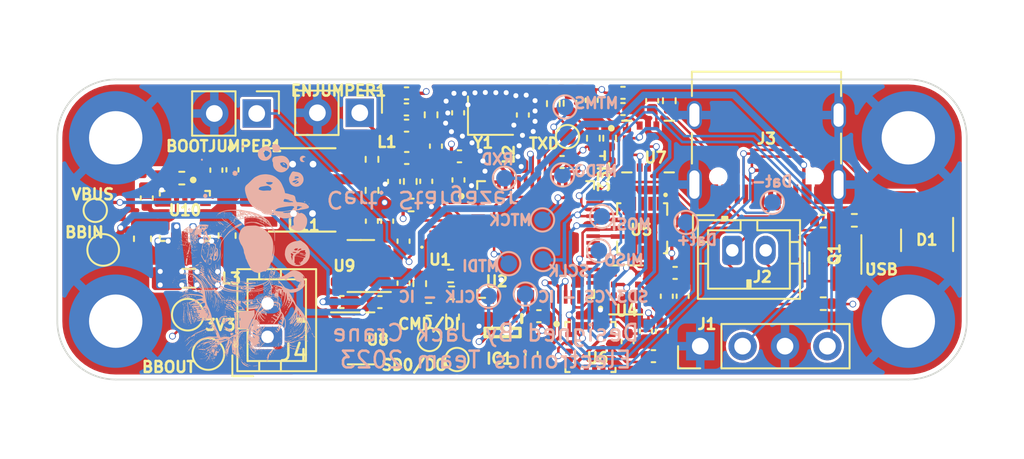
<source format=kicad_pcb>
(kicad_pcb (version 20221018) (generator pcbnew)
  (layers (0 "F.Cu" signal) (1 "In1.Cu" signal) (2 "In2.Cu" signal) (31 "B.Cu" signal) (34 "B.Paste" user) (35 "F.Paste" user) (36 "B.SilkS" user "B.Silkscreen") (37 "F.SilkS" user "F.Silkscreen") (38 "B.Mask" user) (39 "F.Mask" user) (44 "Edge.Cuts" user))
  (net 0 "")
  (net 1 "GND")
  (net 2 "Net-(3V3LED1-A)")
  (net 3 "/BOOT")
  (net 4 "/CHIP_PU")
  (net 5 "+3V3")
  (net 6 "Net-(C12-Pad1)")
  (net 7 "Net-(U2-LNA_IN{slash}RF)")
  (net 8 "Net-(U2-XTAL_N)")
  (net 9 "Net-(C14-Pad1)")
  (net 10 "Net-(U6-CAP)")
  (net 11 "VBUS")
  (net 12 "/power/BBIN")
  (net 13 "/power/BIAS")
  (net 14 "/power/BBOUT")
  (net 15 "Net-(C6-Pad1)")
  (net 16 "/Data-")
  (net 17 "/Data+")
  (net 18 "Net-(U7-REGOUT)")
  (net 19 "Net-(J4-Pin_1)")
  (net 20 "Net-(J1-Pin_2)")
  (net 21 "Net-(J1-Pin_4)")
  (net 22 "Net-(J3-CC1)")
  (net 24 "Net-(J3-CC2)")
  (net 25 "/power/LX1")
  (net 26 "/power/LX2")
  (net 28 "Net-(U2-XTAL_P)")
  (net 29 "Net-(TXLED1-A)")
  (net 30 "/BattVolt")
  (net 31 "/power/SEL")
  (net 32 "/power/FBIn")
  (net 33 "/TXD")
  (net 34 "Net-(USBLED1-A)")
  (net 35 "/MOSI")
  (net 36 "/MISO")
  (net 49 "/RXD")
  (net 50 "Net-(U2-GPIO21)")
  (net 51 "Net-(U2-MTCK{slash}JTAG{slash}GPIO39)")
  (net 52 "/Accel")
  (net 54 "/IMU/Magnetometer")
  (net 76 "Net-(IC1-SD3{slash}CS)")
  (net 77 "Net-(IC1-CLK)")
  (net 78 "Net-(IC1-CMD{slash}DI)")
  (net 79 "Net-(IC1-SD0{slash}DO)")
  (net 81 "Net-(U1-R)")
  (net 82 "Net-(U1-B)")
  (net 83 "Net-(U1-G)")
  (net 84 "+3.3V")
  (net 88 "Net-(U2-GPIO1{slash}ADC1_CH0)")
  (net 89 "Net-(U2-GPIO2{slash}ADC1_CH1)")
  (net 90 "Net-(U2-GPIO4{slash}ADC1_CH3)")
  (net 91 "/SCLK")
  (net 92 "Net-(U2-MTDO{slash}JTAG{slash}GPIO40)")
  (net 95 "/Buzzer")
  (net 96 "/Accel{slash}Gyro")
  (net 97 "Net-(J2-Pin_1)")
  (net 98 "Net-(U2-MTDI{slash}JTAG{slash}GPIO41)")
  (net 99 "Net-(U2-MTMS{slash}JTAG{slash}GPIO42)")
  (net 100 "Net-(U2-U0TXD{slash}PROG{slash}GPIO43)")
  (footprint "Resistor_SMD:R_0402_1005Metric" (layer "F.Cu") (at 113.725 86.425 -90)
    (fp_text reference "TXLED1" hide)
    (fp_text value "TX_LED")
  )
  (footprint "Inductor_SMD:L_0805_2012Metric" (layer "F.Cu") (at 90.8875 96.925)
    (fp_text reference "L3")
    (fp_text value "1uH")
  )
  (footprint "Crystal:Crystal_SMD_2016-4Pin_2.0x1.6mm" (layer "F.Cu") (at 108.96 87.17)
    (fp_text reference "Y1")
    (fp_text value "40MHz±10ppm")
  )
  (footprint "Inductor_SMD:L_0402_1005Metric" (layer "F.Cu") (at 109.29 89.47 90)
    (fp_text reference "L2")
    (fp_text value "20nH")
  )
  (footprint "iclr:PQFN50P300X300X100-16N" (layer "F.Cu") (at 114.95 101.05)
    (fp_text reference "U6")
    (fp_text value "MMC5983MA")
  )
  (footprint "iclr:SOIC127P599X175-9N" (layer "F.Cu") (at 97.67 91.625)
    (fp_text reference "U11")
    (fp_text value "SC4215")
  )
  (footprint "Capacitor_SMD:C_0402_1005Metric" (layer "F.Cu") (at 107.1 89.61)
    (fp_text reference "C8" hide)
    (fp_text value "10nF")
  )
  (footprint "iclr:USB_C_Receptacle_Palconn_UTC16-G" (layer "F.Cu") (at 125.5 89.375 180)
    (fp_text reference "J3")
    (fp_text value "USB_C_Receptacle_USB2.0")
  )
  (footprint "TestPoint:TestPoint_Pad_D1.5mm" (layer "F.Cu") (at 90.82 99.11 180)
    (fp_text reference "TP9" hide)
    (fp_text value "TestPoint")
  )
  (footprint "Capacitor_SMD:C_0402_1005Metric" (layer "F.Cu") (at 105.11 91.11 -90)
    (fp_text reference "C2" hide)
    (fp_text value "1uF")
  )
  (footprint "Capacitor_SMD:C_0402_1005Metric" (layer "F.Cu") (at 118.65 86.275 -90)
    (fp_text reference "C24" hide)
    (fp_text value "0.47uF")
  )
  (footprint "Capacitor_SMD:C_0402_1005Metric" (layer "F.Cu") (at 113.25 89.95 180)
    (fp_text reference "C11" hide)
    (fp_text value "0.1uF")
  )
  (footprint "Capacitor_SMD:C_0402_1005Metric" (layer "F.Cu") (at 105.69 89 -90)
    (fp_text reference "C12" hide)
    (fp_text value "4.2pF")
  )
  (footprint "Capacitor_SMD:C_0402_1005Metric" (layer "F.Cu") (at 93.495 90.42 90)
    (fp_text reference "C32" hide)
    (fp_text value "10uF")
  )
  (footprint "Connector_JST:JST_PH_B2B-PH-K_1x02_P2.00mm_Vertical" (layer "F.Cu") (at 123.45 95.25)
    (fp_text reference "J2")
    (fp_text value "Conn_01x02_Male")
  )
  (footprint "Capacitor_SMD:C_0402_1005Metric" (layer "F.Cu") (at 103.93 85.83 180)
    (fp_text reference "C1" hide)
    (fp_text value "10uF")
  )
  (footprint "Connector_PinHeader_2.54mm:PinHeader_1x02_P2.54mm_Vertical" (layer "F.Cu") (at 101.125 87 -90)
    (fp_text reference "ENJUMPER1")
    (fp_text value "Conn_01x02_Male")
  )
  (footprint "TestPoint:TestPoint_Pad_D1.0mm" (layer "F.Cu") (at 113.575 88.425)
    (fp_text reference "TP1" hide)
    (fp_text value "TestPoint")
  )
  (footprint "Connector_JST:JST_PH_B2B-PH-K_1x02_P2.00mm_Vertical" (layer "F.Cu") (at 95.6 100.44 90)
    (fp_text reference "J4")
    (fp_text value "Conn_01x02_Male")
  )
  (footprint "Capacitor_SMD:C_0402_1005Metric" (layer "F.Cu") (at 103.75 97.22 90)
    (fp_text reference "C25" hide)
    (fp_text value "0.1uF")
  )
  (footprint "Capacitor_SMD:C_0402_1005Metric" (layer "F.Cu") (at 101.85 93.5 90)
    (fp_text reference "C34" hide)
    (fp_text value "10uF")
  )
  (footprint "Resistor_SMD:R_0402_1005Metric" (layer "F.Cu") (at 104.72 97.25 90)
    (fp_text reference "R5" hide)
    (fp_text value "309")
  )
  (footprint "Resistor_SMD:R_0402_1005Metric" (layer "F.Cu") (at 106.69 99.25 -90)
    (fp_text reference "R15" hide)
    (fp_text value "36k")
  )
  (footprint "Capacitor_SMD:C_0402_1005Metric" (layer "F.Cu") (at 118.275 100.1 -90)
    (fp_text reference "C16" hide)
    (fp_text value "100nF")
  )
  (footprint "Package_TO_SOT_SMD:SOT-23" (layer "F.Cu") (at 129.625 96.0125 -90)
    (fp_text reference "Q1")
    (fp_text value "PMV20ENR")
  )
  (footprint "Capacitor_SMD:C_0402_1005Metric" (layer "F.Cu") (at 103.92 86.8 180)
    (fp_text reference "C4" hide)
    (fp_text value "1uF")
  )
  (footprint "Capacitor_SMD:C_0402_1005Metric" (layer "F.Cu") (at 92.53 90.44 90)
    (fp_text reference "C33" hide)
    (fp_text value "4.7uF")
  )
  (footprint "Capacitor_SMD:C_0603_1608Metric" (layer "F.Cu") (at 88.104377 94.555822 -90)
    (fp_text reference "C29" hide)
    (fp_text value "10uF")
  )
  (footprint "iclr:XDCR_DPS310" (layer "F.Cu") (at 117.075 97.625 180)
    (fp_text reference "U4")
    (fp_text value "DPS310")
  )
  (footprint "Resistor_SMD:R_0402_1005Metric" (layer "F.Cu") (at 104.15 91.12 90)
    (fp_text reference "R1" hide)
    (fp_text value "10K")
  )
  (footprint "Capacitor_SMD:C_0402_1005Metric" (layer "F.Cu") (at 118.725 101.6 180)
    (fp_text reference "C20" hide)
    (fp_text value "10uF")
  )
  (footprint "Connector_PinHeader_2.54mm:PinHeader_1x04_P2.54mm_Vertical" (layer "F.Cu") (at 121.53 101 90)
    (fp_text reference "J1")
    (fp_text value "Conn_01x04_Male")
  )
  (footprint "MountingHole:MountingHole_3.2mm_M3_DIN965_Pad" (layer "F.Cu") (at 86.5 99.5)
    (fp_text reference "H4" hide)
    (fp_text value "MountingHole_Pad")
  )
  (footprint "Package_TO_SOT_SMD:SOT-23-5" (layer "F.Cu") (at 101.2025 100.531145)
    (fp_text reference "U8")
    (fp_text value "XC8111")
  )
  (footprint "iclr:SOTFL50P160X60-8N" (layer "F.Cu") (at 109.68 100.18 -90)
    (fp_text reference "IC1")
    (fp_text value "XTSD02GLGEAG" hide)
  )
  (footprint "iclr:QFN300X300X100-16N" (layer "F.Cu") (at 118.05 93.925 -90)
    (fp_text reference "U5")
    (fp_text value "H3LIS331DLTR")
  )
  (footprint "Resistor_SMD:R_0402_1005Metric" (layer "F.Cu") (at 104.2 92.53)
    (fp_text reference "R3" hide)
    (fp_text value "10K")
  )
  (footprint "Resistor_SMD:R_0402_1005Metric" (layer "F.Cu") (at 106.63 97.8)
    (fp_text reference "R7" hide)
    (fp_text value "158")
  )
  (footprint "Package_TO_SOT_SMD:SOT-143" (layer "F.Cu") (at 135.125 94.65 -90)
    (fp_text reference "D1")
    (fp_text value "SP0503BAHT")
  )
  (footprint "Resistor_SMD:R_0402_1005Metric" (layer "F.Cu") (at 128.9 98.45 180)
    (fp_text reference "R10" hide)
    (fp_text value "1k")
  )
  (footprint "Capacitor_SMD:C_0402_1005Metric" (layer "F.Cu") (at 115.025 86.25 90)
    (fp_text reference "C21" hide)
    (fp_text value "10nF")
  )
  (footprint "Capacitor_SMD:C_0402_1005Metric" (layer "F.Cu") (at 120.475 98.005 90)
    (fp_text reference "C18" hide)
    (fp_text value "100nF")
  )
  (footprint "Capacitor_SMD:C_0402_1005Metric" (layer "F.Cu") (at 102.77 93.5 90)
    (fp_text reference "C35" hide)
    (fp_text value "0.1uF")
  )
  (footprint "Resistor_SMD:R_0402_1005Metric" (layer "F.Cu") (at 116.1 88.525 -90)
    (fp_text reference "3V3LED1" hide)
    (fp_text value "3V3LED")
  )
  (footprint "Capacitor_SMD:C_0603_1608Metric" (layer "F.Cu") (at 93.175 94.367966 -90)
    (fp_text reference "C31" hide)
    (fp_text value "22uF")
  )
  (footprint "Resistor_SMD:R_0402_1005Metric" (layer "F.Cu") (at 115.125 88.525 90)
    (fp_text reference "R2" hide)
    (fp_text value "470")
  )
  (footprint "TestPoint:TestPoint_Pad_D1.0mm" (layer "F.Cu") (at 105.3 100.6)
    (fp_text reference "TP7" hide)
    (fp_text value "TestPoint")
  )
  (footprint "Capacitor_SMD:C_0402_1005Metric" (layer "F.Cu") (at 111.425 101.45 -90)
    (fp_text reference "C40" hide)
    (fp_text value "10uF")
  )
  (footprint "Resistor_SMD:R_0402_1005Metric" (layer "F.Cu") (at 101.86 89.792715 90)
    (fp_text reference "R19" hide)
    (fp_text value "10k")
  )
  (footprint "Resistor_SMD:R_0402_1005Metric" (layer "F.Cu") (at 106.57 96.79)
    (fp_text reference "R6" hide)
    (fp_text value "30")
  )
  (footprint "Package_TO_SOT_SMD:SOT-23-5" (layer "F.Cu") (at 101.19 96.19 180)
    (fp_text reference "U9")
    (fp_text value "XC8111")
  )
  (footprint "LED_SMD:LED_0402_1005Metric" (layer "F.Cu") (at 131.85 94.975 90)
    (fp_text reference "USBLED1" hide)
    (fp_text value "USB_LED")
  )
  (footprint "Resistor_SMD:R_0402_1005Metric" (layer "F.Cu") (at 112.725 86.45 90)
    (fp_text reference "R9" hide)
    (fp_text value "499")
  )
  (footprint "Capacitor_SMD:C_0402_1005Metric" (layer "F.Cu") (at 110.9 87.13 -90)
    (fp_text reference "C13" hide)
    (fp_text value "C")
  )
  (footprint "Capacitor_SMD:C_0402_1005Metric" (layer "F.Cu") (at 103.18 91.12 -90)
    (fp_text reference "C3" hide)
    (fp_text value "0.1uF")
  )
  (footprint "Resistor_SMD:R_0402_1005Metric" (layer "F.Cu") (at 119.675 86.275 -90)
    (fp_text reference "R13" hide)
    (fp_text value "5.1k")
  )
  (footprint "Connector_PinHeader_2.54mm:PinHeader_1x02_P2.54mm_Vertical" (layer "F.Cu") (at 94.95 87.04 -90)
    (fp_text reference "BOOTJUMPER1")
    (fp_text value "Conn_01x02_Male")
  )
  (footprint "iclr:PQFN50P300X300X80-16N" (layer "F.Cu") (at 118.4 89.025)
    (fp_text reference "U7")
    (fp_text value "ICM-20608-G")
  )
  (footprint "Capacitor_SMD:C_0402_1005Metric" (layer "F.Cu") (at 117.175 100.725 90)
    (fp_text reference "C19" hide)
    (fp_text value "1uF")
  )
  (footprint "Resistor_SMD:R_0402_1005Metric" (layer "F.Cu") (at 105.26 98.79)
    (fp_text reference "R16" hide)
    (fp_text value "24k")
  )
  (footprint "Capacitor_SMD:C_0402_1005Metric" (layer "F.Cu") (at 120.025 96.605 180)
    (fp_text reference "C17" hide)
    (fp_text value "10uF")
  )
  (footprint "Capacitor_SMD:C_0402_1005Metric" (layer "F.Cu") (at 119.225 100.1 90)
    (fp_text reference "C15" hide)
    (fp_text value "100nF")
  )
  (footprint "Inductor_SMD:L_0402_1005Metric" (layer "F.Cu") (at 103.95 88.75 180)
    (fp_text reference "L1")
    (fp_text value "2.0nH")
  )
  (footprint "TestPoint:TestPoint_Pad_D1.5mm" (layer "F.Cu") (at 85.75 95.225 -90)
    (fp_text reference "TP6" hide)
    (fp_text value "TestPoint")
  )
  (footprint "Resistor_SMD:R_0402_1005Metric" (layer "F.Cu") (at 90.46 90.917966 180)
    (fp_text reference "R17" hide)
    (fp_text value "14k")
  )
  (footprint "Capacitor_SMD:C_0402_1005Metric" (layer "F.Cu") (at 119.525 98.005 90)
    (fp_text reference "C39" hide)
    (fp_text value "1uF")
  )
  (footprint "Capacitor_SMD:C_0402_1005Metric" (layer "F.Cu") (at 103.75 94.7 -90)
    (fp_text reference "C10" hide)
    (fp_text value "0.1uF")
  )
  (footprint "Resistor_SMD:R_0402_1005Metric" (layer "F.Cu") (at 128.89 93.5)
    (fp_text reference "R12" hide)
    (fp_text value "5.1k")
  )
  (footprint "MountingHole:MountingHole_3.2mm_M3_DIN965_Pad" (layer "F.Cu") (at 134 99.5)
    (fp_text reference "H1" hide)
    (fp_text value "MountingHole_Pad")
  )
  (footprint "TestPoint:TestPoint_Pad_D1.0mm" (layer "F.Cu") (at 106.95 101.8)
    (fp_text reference "TP14" hide)
    (fp_text value "TestPoint")
  )
  (footprint "iclr:CONV_MAX77827AEFD+T" (layer "F.Cu") (at 90.642926 93.187966 -90)
    (fp_text reference "U10")
    (fp_text value "MAX77827AEFD+T")
  )
  (footprint "Resistor_SMD:R_0402_1005Metric" (layer "F.Cu") (at 101.86 91.652715 90)
    (fp_text reference "R18" hide)
    (fp_text value "56k")
  )
  (footprint "Capacitor_SMD:C_0402_1005Metric" (layer "F.Cu") (at 107.02 87 90)
    (fp_text reference "C14" hide)
    (fp_text value "C")
  )
  (footprint "Capacitor_SMD:C_0402_1005Metric" (layer "F.Cu") (at 116.9 86.775)
    (fp_text reference "C22" hide)
    (fp_text value "2.2uF")
  )
  (footprint "Resistor_SMD:R_0402_1005Metric" (layer "F.Cu") (at 130.765 93.45)
    (fp_text reference "R14" hide)
    (fp_text value "470")
  )
  (footprint "Capacitor_SMD:C_0402_1005Metric" (layer "F.Cu") (at 107.04 91.03 -90)
    (fp_text reference "C7" hide)
    (fp_text value "1uF")
  )
  (footprint "Capacitor_SMD:C_0402_1005Metric" (layer "F.Cu") (at 103.93 87.77 180)
    (fp_text reference "C5" hide)
    (fp_text value "0.1uF")
  )
  (footprint "Capacitor_SMD:C_0402_1005Metric" (layer "F.Cu") (at 88.361463 92.116084 90)
    (fp_text reference "C30" hide)
    (fp_text value "1uF")
  )
  (footprint "TestPoint:TestPoint_Pad_D1.0mm" (layer "F.Cu") (at 85.275 92.85 90)
    (fp_text reference "TP5" hide)
    (fp_text value "TestPoint")
  )
  (footprint "TestPoint:TestPoint_Pad_D1.5mm" (layer "F.Cu") (at 92.05 101.47 180)
    (fp_text reference "TP8" hide)
    (fp_text value "TestPoint")
  )
  (footprint "Capacitor_SMD:C_0402_1005Metric" (layer "F.Cu") (at 103.94 89.71 180)
    (fp_text reference "C6" hide)
    (fp_text value "0.1uF")
  )
  (footprint "Resistor_SMD:R_0402_1005Metric" (layer "F.Cu") (at 105.4 87.12 -90)
    (fp_text reference "R8" hide)
    (fp_text value "47.5")
  )
  (footprint "Capacitor_SMD:C_0402_1005Metric" (layer "F.Cu") (at 111.86 99.2)
    (fp_text reference "C9" hide)
    (fp_text value "0.1uF")
  )
  (footprint "iclr:150044M155220" (layer "F.Cu") (at 105.9 94.66)
    (fp_text reference "U1")
    (fp_text value "150044M155220" hide)
  )
  (footprint "MountingHole:MountingHole_3.2mm_M3_DIN965_Pad" (layer "F.Cu") (at 134 88.5)
    (fp_text reference "H3" hide)
    (fp_text value "MountingHole_Pad")
  )
  (footprint "Resistor_SMD:R_0402_1005Metric" (layer "F.Cu") (at 115.675 89.975 180)
    (fp_text reference "R4" hide)
    (fp_text value "470")
  )
  (footprint "iclr:QFN40P700X700X90-57N" (layer "F.Cu") (at 111.665 94.6)
    (fp_text reference "U2")
    (fp_text value "ESP32-S3")
  )
  (footprint "MountingHole:MountingHole_3.2mm_M3_DIN965_Pad" (layer "F.Cu") (at 86.5 88.5)
    (fp_text reference "H2" hide)
    (fp_text value "MountingHole_Pad")
  )
  (footprint "Capacitor_SMD:C_0402_1005Metric" (layer "F.Cu") (at 102.3325 98.355)
    (fp_text reference "C27" hide)
    (fp_text value "0.1uF")
  )
  (footprint "Capacitor_SMD:C_0402_1005Metric" (layer "F.Cu") (at 116.9 85.8)
    (fp_text reference "C23" hide)
    (fp_text value "0.1uF")
  )
  (footprint "Capacitor_SMD:C_0402_1005Metric" (layer "F.Cu") (at 100.0525 98.351145)
    (fp_text reference "C26" hide)
    (fp_text value "0.1uF")
  )
  (footprint "TestPoint:TestPoint_Pad_D1.0mm" (layer "B.Cu") (at 120.675 93.575 90)
    (fp_text reference "TP4" hide)
    (fp_text value "TestPoint")
  )
  (footprint "LOGO" (layer "B.Cu") (at 94.35 95.6 180)
    (fp_text reference "G***" hide)
    (fp_text value "LOGO" hide)
  )
  (footprint "TestPoint:TestPoint_Pad_D1.0mm" (layer "B.Cu") (at 115.45 95.275 180)
    (fp_text reference "TP12" hide)
    (fp_text value "TestPoint")
  )
  (footprint "TestPoint:TestPoint_Pad_D1.0mm" (layer "B.Cu") (at 125.85 92.375 90)
    (fp_text reference "TP3" hide)
    (fp_text value "TestPoint")
  )
  (footprint "TestPoint:TestPoint_Pad_D1.0mm" (layer "B.Cu") (at 108.85 98 180)
    (fp_text reference "TP13" hide)
    (fp_text value "TestPoint")
  )
  (footprint "TestPoint:TestPoint_Pad_D1.0mm" (layer "B.Cu") (at 113.425 86.65 90)
    (fp_text reference "TP19" hide)
    (fp_text value "TestPoint")
  )
  (footprint "TestPoint:TestPoint_Pad_D1.0mm" (layer "B.Cu") (at 112.075 93.425 90)
    (fp_text reference "TP16" hide)
    (fp_text value "TestPoint")
  )
  (footprint "TestPoint:TestPoint_Pad_D1.0mm" (layer "B.Cu") (at 110.05 96.05 90)
    (fp_text reference "TP18" hide)
    (fp_text value "TestPoint")
  )
  (footprint "TestPoint:TestPoint_Pad_D1.0mm" (layer "B.Cu") (at 113.275 90.725 90)
    (fp_text reference "TP17" hide)
    (fp_text value "TestPoint")
  )
  (footprint "TestPoint:TestPoint_Pad_D1.0mm" (layer "B.Cu") (at 115.625 93.22 180)
    (fp_text reference "TP10" hide)
    (fp_text value "TestPoint")
  )
  (footprint "TestPoint:TestPoint_Pad_D1.0mm" (layer "B.Cu") (at 112.1 95.8 180)
    (fp_text reference "TP11" hide)
    (fp_text value "TestPoint")
  )
  (footprint "TestPoint:TestPoint_Pad_D1.0mm" (layer "B.Cu") (at 111.05 97.875 180)
    (fp_text reference "TP15" hide)
    (fp_text value "TestPoint")
  )
  (footprint "TestPoint:TestPoint_Pad_D1.0mm" (layer "B.Cu") (at 109.8 90.925 180)
    (fp_text reference "TP2" hide)
    (fp_text value "TestPoint")
  )
  (gr_line (start 83 88.5) (end 83 99.5) (stroke (width 0.1)) (layer "Edge.Cuts"))
  (gr_line (start 86.5 103) (end 134 103) (stroke (width 0.1)) (layer "Edge.Cuts"))
  (gr_arc (start 134 85) (mid 136.474874 86.025126) (end 137.5 88.5) (stroke (width 0.1)) (layer "Edge.Cuts"))
  (gr_line (start 137.5 88.5) (end 137.5 99.5) (stroke (width 0.1)) (layer "Edge.Cuts"))
  (gr_arc (start 137.5 99.5) (mid 136.474874 101.974874) (end 134 103) (stroke (width 0.1)) (layer "Edge.Cuts"))
  (gr_arc (start 83 88.5) (mid 84.025126 86.025126) (end 86.5 85) (stroke (width 0.1)) (layer "Edge.Cuts"))
  (gr_arc (start 86.5 103) (mid 84.025126 101.974874) (end 83 99.5) (stroke (width 0.1)) (layer "Edge.Cuts"))
  (gr_line (start 134 85) (end 86.5 85) (stroke (width 0.1)) (layer "Edge.Cuts"))
  (gr_text "SCLK" (at 113.65 96.49) (layer "B.SilkS") (effects (font (size 0.65 0.65) (thickness 0.1524)) (justify mirror)))
  (gr_text "RXD" (at 110.44 90.17) (layer "B.SilkS") (effects (font (size 0.65 0.65) (thickness 0.1524) bold) (justify left bottom mirror)))
  (gr_text "CLK - IC" (at 105.76 98.04) (layer "B.SilkS") (effects (font (size 0.65 0.65) (thickness 0.1524)) (justify mirror)))
  (gr_text "SD3/CS - IC" (at 115.12 98.04) (layer "B.SilkS") (effects (font (size 0.65 0.65) (thickness 0.1524)) (justify mirror)))
  (gr_text "MTDI" (at 108.37 96.2) (layer "B.SilkS") (effects (font (size 0.65 0.65) (thickness 0.1524)) (justify mirror)))
  (gr_text "MTMS" (at 115.31 86.42) (layer "B.SilkS") (effects (font (size 0.65 0.65) (thickness 0.1524)) (justify mirror)))
  (gr_text "MISO" (at 116.95 95.84) (layer "B.SilkS") (effects (font (size 0.65 0.65) (thickness 0.1524)) (justify mirror)))
  (gr_text "MTCK\n" (at 110.15 93.44) (layer "B.SilkS") (effects (font (size 0.65 0.65) (thickness 0.1524)) (justify mirror)))
  (gr_text "Dat-\n\n" (at 127.15 92.55) (layer "B.SilkS") (effects (font (size 0.65 0.65) (thickness 0.1524) bold) (justify left bottom mirror)))
  (gr_text "MTDO" (at 115.26 90.5) (layer "B.SilkS") (effects (font (size 0.65 0.65) (thickness 0.1524)) (justify mirror)))
  (gr_text "Dat+\n" (at 122.63 95) (layer "B.SilkS") (effects (font (size 0.65 0.65) (thickness 0.1524) bold) (justify left bottom mirror)))
  (gr_text "MOSI" (at 117.39 93.7) (layer "B.SilkS") (effects (font (size 0.65 0.65) (thickness 0.1524)) (justify mirror)))
  (gr_text "Designed By Jack Crane\nElectronics Team 2023" (at 108.67 101.01) (layer "B.SilkS") (effects (font (size 1 1)) (justify mirror)))
  (gr_text "Cert. Stargazer" (at 104.85 92.2 180) (layer "B.SilkS") (effects (font (size 1 1)) (justify mirror)))
  (gr_text "BBOUT" (at 87.99 102.63) (layer "F.SilkS") (effects (font (size 0.65 0.65) (thickness 0.1524) bold) (justify left bottom)))
  (gr_text "BBIN" (at 83.38 94.55) (layer "F.SilkS") (effects (font (size 0.65 0.65) (thickness 0.1524) bold) (justify left bottom)))
  (gr_text "TXD\n\n" (at 111.18 90.27) (layer "F.SilkS") (effects (font (size 0.65 0.65) (thickness 0.1524) bold) (justify left bottom)))
  (gr_text "VBUS\n" (at 83.77 92.27) (layer "F.SilkS") (effects (font (size 0.65 0.65) (thickness 0.1524) bold) (justify left bottom)))
  (gr_text "CMD/DI" (at 105.28 99.67) (layer "F.SilkS") (effects (font (size 0.65 0.65) (thickness 0.1524))))
  (gr_text "33L-\n" (at 116.14 91.83 90) (layer "F.SilkS") (effects (font (size 0.65 0.65) (thickness 0.1524) bold) (justify left bottom)))
  (gr_text "3V3\n" (at 91.77 100.11) (layer "F.SilkS") (effects (font (size 0.65 0.65) (thickness 0.1524) bold) (justify left bottom)))
  (gr_text "SD0/DO" (at 104.39 102.13) (layer "F.SilkS") (effects (font (size 0.65 0.65) (thickness 0.1524))))
  (gr_text "USB" (at 131.31 96.78) (layer "F.SilkS") (effects (font (size 0.65 0.65) (thickness 0.1524) bold) (justify left bottom)))
  (segment (start 111.63 86.195) (end 111.63 86.27) (width 0.15) (layer "F.Cu") (net 1))
  (segment (start 93.171 95.608966) (end 93.188 95.591966) (width 1) (layer "F.Cu") (net 1))
  (segment (start 107.02 86.52) (end 107.61 86.52) (width 0.2) (layer "F.Cu") (net 1))
  (segment (start 114.27 85.630883) (end 114.039117 85.4) (width 0.15) (layer "F.Cu") (net 1))
  (segment (start 90.640705 94.287356) (end 90.640705 95.419131) (width 0.36) (layer "F.Cu") (net 1))
  (segment (start 115.025 86.73) (end 114.27 85.975) (width 0.15) (layer "F.Cu") (net 1))
  (segment (start 113.42 89.3) (end 112.77 89.95) (width 0.15) (layer "F.Cu") (net 1))
  (segment (start 90.642926 95.419741) (end 90.634701 95.427966) (width 0.25) (layer "F.Cu") (net 1))
  (segment (start 105.11 91.59) (end 105.23 91.71) (width 0.2) (layer "F.Cu") (net 1))
  (segment (start 88.052537 95.608966) (end 93.171 95.608966) (width 1) (layer "F.Cu") (net 1))
  (segment (start 116.1 88.015) (end 115.605 88.51) (width 0.15) (layer "F.Cu") (net 1))
  (segment (start 110.38 87.72) (end 110.79 87.72) (width 0.2) (layer "F.Cu") (net 1))
  (segment (start 112.425 85.4) (end 111.63 86.195) (width 0.15) (layer "F.Cu") (net 1))
  (segment (start 107.61 86.52) (end 108.16 86.52) (width 0.2) (layer "F.Cu") (net 1))
  (segment (start 114.039117 85.4) (end 112.425 85.4) (width 0.15) (layer "F.Cu") (net 1))
  (segment (start 113.725305 89.3) (end 113.42 89.3) (width 0.15) (layer "F.Cu") (net 1))
  (segment (start 105.11 91.59) (end 105.17 91.59) (width 0.2) (layer "F.Cu") (net 1))
  (segment (start 114.515305 88.51) (end 113.725305 89.3) (width 0.15) (layer "F.Cu") (net 1))
  (segment (start 110.34 87.72) (end 110.36 87.74) (width 0.2) (layer "F.Cu") (net 1))
  (segment (start 114.27 85.975) (end 114.27 85.630883) (width 0.15) (layer "F.Cu") (net 1))
  (segment (start 109.66 87.72) (end 110.34 87.72) (width 0.2) (layer "F.Cu") (net 1))
  (segment (start 110.36 87.74) (end 110.38 87.72) (width 0.2) (layer "F.Cu") (net 1))
  (segment (start 115.605 88.51) (end 114.515305 88.51) (width 0.15) (layer "F.Cu") (net 1))
  (via (at 110.36 87.74) (size 0.4) (drill 0.3) (layers "F.Cu" "B.Cu") (net 1))
  (via (at 108.63 90.5) (size 0.4) (drill 0.3) (layers "F.Cu" "B.Cu") (net 1))
  (via (at 89.26 91.627966) (size 0.6) (drill 0.3) (layers "F.Cu" "B.Cu") (net 1))
  (via (at 111.63 87.51) (size 0.4) (drill 0.3) (layers "F.Cu" "B.Cu") (net 1))
  (via (at 108.34 89.29) (size 0.4) (drill 0.3) (layers "F.Cu" "B.Cu") (net 1))
  (via (at 102.65 91.275) (size 0.4) (drill 0.3) (layers "F.Cu" "B.Cu") (net 1))
  (via (at 109.28 85.79) (size 0.4) (drill 0.3) (layers "F.Cu" "B.Cu") (net 1))
  (via (at 106.62 88.13) (size 0.4) (drill 0.3) (layers "F.Cu" "B.Cu") (net 1))
  (via (at 97.105 90.08) (size 0.8) (drill 0.4) (layers "F.Cu" "B.Cu") (net 1))
  (via (at 110.6 89.625) (size 0.4) (drill 0.3) (layers "F.Cu" "B.Cu") (net 1))
  (via (at 107.61 86.52) (size 0.4) (drill 0.3) (layers "F.Cu" "B.Cu") (net 1))
  (via (at 109.9 85.79) (size 0.4) (drill 0.3) (layers "F.Cu" "B.Cu") (net 1))
  (via (at 106.27 87.62) (size 0.4) (drill 0.3) (layers "F.Cu" "B.Cu") (net 1))
  (via (at 97.155 93.04) (size 0.8) (drill 0.4) (layers "F.Cu" "B.Cu") (net 1))
  (via (at 106.3 86.3) (size 0.4) (drill 0.3) (layers "F.Cu" "B.Cu") (net 1))
  (via (at 110.875 88.35) (size 0.4) (drill 0.3) (layers "F.Cu" "B.Cu") (net 1))
  (via (at 108.03 85.8) (size 0.4) (drill 0.3) (layers "F.Cu" "B.Cu") (net 1))
  (via (at 110.675 88.975) (size 0.4) (drill 0.3) (layers "F.Cu" "B.Cu") (net 1))
  (via (at 111.63 86.27) (size 0.4) (drill 0.3) (layers "F.Cu" "B.Cu") (net 1))
  (via (at 111.52 88.12) (size 0.4) (drill 0.3) (layers "F.Cu" "B.Cu") (net 1))
  (via (at 98.295 93.04) (size 0.8) (drill 0.4) (layers "F.Cu" "B.Cu") (net 1))
  (via (at 108.275 99.8) (size 0.4) (drill 0.3) (layers "F.Cu" "B.Cu") (net 1))
  (via (at 111.63 86.89) (size 0.4) (drill 0.3) (layers "F.Cu" "B.Cu") (net 1))
  (via (at 115.55 98.825) (size 0.4) (drill 0.3) (layers "F.Cu" "B.Cu") (net 1))
  (via (at 109.6 97.025) (size 0.4) (drill 0.3) (layers "F.Cu" "B.Cu") (net 1))
  (via (at 111.1 85.94) (size 0.4) (drill 0.3) (layers "F.Cu" "B.Cu") (net 1))
  (via (at 105.42 92.63) (size 0.4) (drill 0.3) (layers "F.Cu" "B.Cu") (net 1))
  (via (at 107.4 85.84) (size 0.4) (drill 0.3) (layers "F.Cu" "B.Cu") (net 1))
  (via (at 106.77 85.83) (size 0.4) (drill 0.3) (layers "F.Cu" "B.Cu") (net 1))
  (via (at 107.85 88.8) (size 0.4) (drill 0.3) (layers "F.Cu" "B.Cu") (net 1))
  (via (at 107.82 91.37) (size 0.4) (drill 0.3) (layers "F.Cu" "B.Cu") (net 1))
  (via (at 110.8 90.225) (size 0.4) (drill 0.3) (layers "F.Cu" "B.Cu") (net 1))
  (via (at 108.65 85.78) (size 0.4) (drill 0.3) (layers "F.Cu" "B.Cu") (net 1))
  (via (at 106.4 87.01) (size 0.4) (drill 0.3) (layers "F.Cu" "B.Cu") (net 1))
  (via (at 107.275 88.4) (size 0.4) (drill 0.3) (layers "F.Cu" "B.Cu") (net 1))
  (via (at 110.48 85.97) (size 0.4) (drill 0.3) (layers "F.Cu" "B.Cu") (net 1))
  (via (at 98.325 90.08) (size 0.8) (drill 0.4) (layers "F.Cu" "B.Cu") (net 1))
  (via (at 108.5 89.89) (size 0.4) (drill 0.3) (layers "F.Cu" "B.Cu") (net 1))
  (segment (start 116.1 89.915) (end 116.16 89.975) (width 0.15) (layer "F.Cu") (net 2))
  (segment (start 116.1 89.035) (end 116.1 89.915) (width 0.15) (layer "F.Cu") (net 2))
  (segment (start 104.071188 95.685) (end 104.285 95.471188) (width 0.15) (layer "F.Cu") (net 3))
  (segment (start 106.81 93.46) (end 104.89 93.46) (width 0.15) (layer "F.Cu") (net 3))
  (segment (start 104.805 93.375) (end 104.71 93.28) (width 0.15) (layer "F.Cu") (net 3))
  (segment (start 104.285 94.755) (end 103.75 94.22) (width 0.15) (layer "F.Cu") (net 3))
  (segment (start 108.155 93.535) (end 106.885 93.535) (width 0.15) (layer "F.Cu") (net 3))
  (segment (start 104.071188 95.921188) (end 104.071188 95.685) (width 0.15) (layer "F.Cu") (net 3))
  (segment (start 104.805 93.375) (end 104.595 93.375) (width 0.15) (layer "F.Cu") (net 3))
  (segment (start 104.08 95.93) (end 104.071188 95.921188) (width 0.15) (layer "F.Cu") (net 3))
  (segment (start 104.285 95.471188) (end 104.285 94.755) (width 0.15) (layer "F.Cu") (net 3))
  (segment (start 108.22 93.6) (end 108.155 93.535) (width 0.15) (layer "F.Cu") (net 3))
  (segment (start 104.71 93.28) (end 104.71 92.53) (width 0.15) (layer "F.Cu") (net 3))
  (segment (start 106.885 93.535) (end 106.81 93.46) (width 0.15) (layer "F.Cu") (net 3))
  (segment (start 104.89 93.46) (end 104.805 93.375) (width 0.15) (layer "F.Cu") (net 3))
  (segment (start 104.595 93.375) (end 103.75 94.22) (width 0.15) (layer "F.Cu") (net 3))
  (via (at 104.08 95.93) (size 0.4) (drill 0.3) (layers "F.Cu" "B.Cu") (net 3))
  (segment (start 96.168884 87.04) (end 94.95 87.04) (width 0.15) (layer "B.Cu") (net 3))
  (segment (start 104.08 95.93) (end 102.75 94.6) (width 0.15) (layer "B.Cu") (net 3))
  (segment (start 102.75 94.6) (end 102.75 93.621116) (width 0.15) (layer "B.Cu") (net 3))
  (segment (start 102.75 93.621116) (end 96.168884 87.04) (width 0.15) (layer "B.Cu") (net 3))
  (segment (start 107.15 93.2) (end 106.675 92.725) (width 0.15) (layer "F.Cu") (net 4))
  (segment (start 105.11 90.63) (end 104.17 90.63) (width 0.2) (layer "F.Cu") (net 4))
  (segment (start 106.403508 92.725) (end 105.75 92.07149) (width 0.15) (layer "F.Cu") (net 4))
  (segment (start 102.4 89.607187) (end 102.43 89.577187) (width 0.2) (layer "F.Cu") (net 4))
  (segment (start 102.43 89.577187) (end 102.43 88.48) (width 0.2) (layer "F.Cu") (net 4))
  (segment (start 105.15 91.075) (end 105.15 90.67) (width 0.15) (layer "F.Cu") (net 4))
  (segment (start 103.18 90.8) (end 103.18 90.64) (width 0.15) (layer "F.Cu") (net 4))
  (segment (start 102.43 88.48) (end 101.125 87.175) (width 0.2) (layer "F.Cu") (net 4))
  (segment (start 105.75 92.07149) (end 105.75 91.35) (width 0.15) (layer "F.Cu") (net 4))
  (segment (start 102.4 89.86) (end 102.4 89.607187) (width 0.2) (layer "F.Cu") (net 4))
  (segment (start 108.22 93.2) (end 107.15 93.2) (width 0.15) (layer "F.Cu") (net 4))
  (segment (start 103.18 90.64) (end 102.4 89.86) (width 0.2) (layer "F.Cu") (net 4))
  (segment (start 105.475 91.075) (end 105.15 91.075) (width 0.15) (layer "F.Cu") (net 4))
  (segment (start 103.48 91.1) (end 103.18 90.8) (width 0.15) (layer "F.Cu") (net 4))
  (segment (start 105.15 91.075) (end 104.798812 91.075) (width 0.15) (layer "F.Cu") (net 4))
  (segment (start 104.773812 91.1) (end 103.48 91.1) (width 0.15) (layer "F.Cu") (net 4))
  (segment (start 106.675 92.725) (end 106.403508 92.725) (width 0.15) (layer "F.Cu") (net 4))
  (segment (start 105.15 90.67) (end 105.11 90.63) (width 0.15) (layer "F.Cu") (net 4))
  (segment (start 105.75 91.35) (end 105.475 91.075) (width 0.15) (layer "F.Cu") (net 4))
  (segment (start 104.798812 91.075) (end 104.773812 91.1) (width 0.15) (layer "F.Cu") (net 4))
  (segment (start 104.17 90.63) (end 104.15 90.61) (width 0.2) (layer "F.Cu") (net 4))
  (segment (start 114.5 89.24) (end 114.705 89.035) (width 0.15) (layer "F.Cu") (net 5))
  (segment (start 103.725 92.565) (end 103.69 92.53) (width 0.2) (layer "F.Cu") (net 5))
  (segment (start 116.955 87.31) (end 117.445 87.31) (width 0.15) (layer "F.Cu") (net 5))
  (segment (start 128.66 97.75) (end 127.2 97.75) (width 0.15) (layer "F.Cu") (net 5))
  (segment (start 116.439117 87.525) (end 117.14 87.525) (width 0.15) (layer "F.Cu") (net 5))
  (segment (start 118.425 99) (end 118.425 99.42) (width 0.15) (layer "F.Cu") (net 5))
  (segment (start 118.75 100.025) (end 118.7 100.075) (width 0.15) (layer "F.Cu") (net 5))
  (segment (start 119.545 96.605) (end 119.545 97.505) (width 0.2) (layer "F.Cu") (net 5))
  (segment (start 119.825 96.325) (end 119.825 95.425) (width 0.2) (layer "F.Cu") (net 5))
  (segment (start 118.7875 99.3625) (end 119.045 99.62) (width 0.15) (layer "F.Cu") (net 5))
  (segment (start 103.69 92.53) (end 104.15 92.07) (width 0.2) (layer "F.Cu") (net 5))
  (segment (start 113.025 101.125) (end 113.35 100.8) (width 0.15) (layer "F.Cu") (net 5))
  (segment (start 115.025 85.903812) (end 115.56 86.438812) (width 0.15) (layer "F.Cu") (net 5))
  (segment (start 113.065 90.615) (end 113.065 91.155) (width 0.15) (layer "F.Cu") (net 5))
  (segment (start 111.065 98.590736) (end 111.065 98.045) (width 0.2) (layer "F.Cu") (net 5))
  (segment (start 129.385 98.475) (end 128.66 97.75) (width 0.15) (layer "F.Cu") (net 5))
  (segment (start 90.765 99.535) (end 90.765 99.265) (width 0.15) (layer "F.Cu") (net 5))
  (segment (start 89.9 100.4) (end 90.765 99.535) (width 0.15) (layer "F.Cu") (net 5))
  (segment (start 115.625 85.6) (end 115.195 85.6) (width 0.15) (layer "F.Cu") (net 5))
  (segment (start 108.51 91.15) (end 109.06 91.15) (width 0.2) (layer "F.Cu") (net 5))
  (segment (start 118.425 99) (end 118.7875 99.3625) (width 0.15) (layer "F.Cu") (net 5))
  (segment (start 107.91 90.55) (end 108.51 91.15) (width 0.2) (layer "F.Cu") (net 5))
  (segment (start 117.14 87.525) (end 117.14 88.025) (width 0.15) (layer "F.Cu") (net 5))
  (segment (start 119.2 99.62) (end 119.2 99.2) (width 0.15) (layer "F.Cu") (net 5))
  (segment (start 117.445 87.31) (end 117.9 87.765) (width 0.15) (layer "F.Cu") (net 5))
  (segment (start 118.75 99.4) (end 118.75 100.025) (width 0.15) (layer "F.Cu") (net 5))
  (segment (start 115.56 86.885) (end 116.195 87.52) (width 0.15) (layer "F.Cu") (net 5))
  (segment (start 105.11 85.72) (end 105 85.83) (width 0.2) (layer "F.Cu") (net 5))
  (segment (start 120.16 93.085) (end 120.16 93.785) (width 0.15) (layer "F.Cu") (net 5))
  (segment (start 106.62 88.87) (end 106.62 89.440833) (width 0.2) (layer "F.Cu") (net 5))
  (segment (start 118.7 98.075) (end 117.925 97.3) (width 0.15) (layer "F.Cu") (net 5))
  (segment (start 115.025 85.77) (end 115.025 85.903812) (width 0.15) (layer "F.Cu") (net 5))
  (segment (start 112.05 100.05) (end 111.45 100.65) (width 0.2) (layer "F.Cu") (net 5))
  (segment (start 130.675 98.475) (end 129.385 98.475) (width 0.15) (layer "F.Cu") (net 5))
  (segment (start 112.05 99.87) (end 111.18 99) (width 0.2) (layer "F.Cu") (net 5))
  (segment (start 103.725 93.35) (end 103.725 92.565) (width 0.2) (layer "F.Cu") (net 5))
  (segment (start 125.45 96) (end 125.45 95.25) (width 0.15) (layer "F.Cu") (net 5))
  (segment (start 114.705 89.035) (end 115.125 89.035) (width 0.15) (layer "F.Cu") (net 5))
  (segment (start 116.42 85.8) (end 116.42 86.775) (width 0.15) (layer "F.Cu") (net 5))
  (segment (start 116.605 99.55) (end 117.25 100.195) (width 0.15) (layer "F.Cu") (net 5))
  (segment (start 114.44 89.24) (end 113.065 90.615) (width 0.15) (layer "F.Cu") (net 5))
  (segment (start 116.25 99.55) (end 116.605 99.55) (width 0.15) (layer "F.Cu") (net 5))
  (segment (start 118.7875 99.3625) (end 118.75 99.4) (width 0.15) (layer "F.Cu") (net 5))
  (segment (start 104.41 86.79) (end 104.4 86.8) (width 0.2) (layer "F.Cu") (net 5))
  (segment (start 118.025 99.42) (end 118.025 98.825) (width 0.15) (layer "F.Cu") (net 5))
  (segment (start 118.7 100.075) (end 117.953812 100.075) (width 0.15) (layer "F.Cu") (net 5))
  (segment (start 115.125 89.035) (end 115.125 89.96) (width 0.15) (layer "F.Cu") (net 5))
  (segment (start 104.4 88.715) (end 104.435 88.75) (width 0.2) (layer "F.Cu") (net 5))
  (segment (start 109.465 91.155) (end 109.065 91.155) (width 0.2) (layer "F.Cu") (net 5))
  (segment (start 119.045 99.62) (end 119.2 99.62) (width 0.15) (layer "F.Cu") (net 5))
  (segment (start 118.225 99.62) (end 118.025 99.42) (width 0.15) (layer "F.Cu") (net 5))
  (segment (start 119.53 92.455) (end 120.16 93.085) (width 0.15) (layer "F.Cu") (net 5))
  (segment (start 104.4 86.8) (end 104.4 88.715) (width 0.2) (layer "F.Cu") (net 5))
  (segment (start 117.953812 100.075) (end 117.783812 100.245) (width 0.15) (layer "F.Cu") (net 5))
  (segment (start 106.62 90.13) (end 107.04 90.55) (width 0.2) (layer "F.Cu") (net 5))
  (segment (start 119.525 97.525) (end 120.475 97.525) (width 0.2) (layer "F.Cu") (net 5))
  (segment (start 118.025 98.825) (end 117.8 98.6) (width 0.15) (layer "F.Cu") (net 5))
  (segment (start 115.125 89.96) (end 115.14 89.975) (width 0.15) (layer "F.Cu") (net 5))
  (segment (start 119.825 94.23) (end 119.52 93.925) (width 0.2) (layer "F.Cu") (net 5))
  (segment (start 120.02 93.925) (end 119.52 93.925) (width 0.15) (layer "F.Cu") (net 5))
  (segment (start 113.35 100.8) (end 113.675 100.8) (width 0.15) (layer "F.Cu") (net 5))
  (segment (start 116.42 86.775) (end 116.955 87.31) (width 0.15) (layer "F.Cu") (net 5))
  (segment (start 117.783812 100.245) (end 117.175 100.245) (width 0.15) (layer "F.Cu") (net 5))
  (segment (start 115.625 85.6) (end 115.825 85.8) (width 0.15) (layer "F.Cu") (net 5))
  (segment (start 119.05 92.455) (end 119.53 92.455) (width 0.15) (layer "F.Cu") (net 5))
  (segment (start 105 85.83) (end 104.41 85.83) (width 0.2) (layer "F.Cu") (net 5))
  (segment (start 115.925 99.55) (end 115.7 99.775) (width 0.15) (layer "F.Cu") (net 5))
  (segment (start 114.5 89.24) (end 114.44 89.24) (width 0.15) (layer "F.Cu") (net 5))
  (segment (start 106.62 89.61) (end 106.62 90.13) (width 0.2) (layer "F.Cu") (net 5))
  (segment (start 119.2 99.2) (end 118.7 98.7) (width 0.15) (layer "F.Cu") (net 5))
  (segment (start 115.825 85.8) (end 116.42 85.8) (width 0.15) (layer "F.Cu") (net 5))
  (segment (start 116.434117 87.52) (end 116.439117 87.525) (width 0.15) (layer "F.Cu") (net 5))
  (segment (start 116.25 99.55) (end 115.925 99.55) (width 0.15) (layer "F.Cu") (net 5))
  (segment (start 115.195 85.6) (end 115.025 85.77) (width 0.15) (layer "F.Cu") (net 5))
  (segment (start 113.025 101.575) (end 113.025 101.125) (width 0.15) (layer "F.Cu") (net 5))
  (segment (start 112.05 100.05) (end 112.05 99.87) (width 0.2) (layer "F.Cu") (net 5))
  (segment (start 119.545 96.605) (end 119.825 96.325) (width 0.2) (layer "F.Cu") (net 5))
  (segment (start 116.195 87.52) (end 116.434117 87.52) (width 0.15) (layer "F.Cu") (net 5))
  (segment (start 109.06 91.15) (end 109.065 91.155) (width 0.2) (layer "F.Cu") (net 5))
  (segment (start 119.825 95.425) (end 119.825 94.23) (width 0.2) (layer "F.Cu") (net 5))
  (segment (start 111.18 98.705736) (end 111.065 98.590736) (width 0.2) (layer "F.Cu") (net 5))
  (segment (start 120.16 93.785) (end 120.02 93.925) (width 0.15) (layer "F.Cu") (net 5))
  (segment (start 115.56 86.438812) (end 115.56 86.885) (width 0.15) (layer "F.Cu") (net 5))
  (segment (start 117.925 97.3) (end 117.8 97.3) (width 0.15) (layer "F.Cu") (net 5))
  (segment (start 107.04 90.55) (end 107.91 90.55) (width 0.2) (layer "F.Cu") (net 5))
  (segment (start 111.322 101.018) (end 110.43 101.018) (width 0.2) (layer "F.Cu") (net 5))
  (segment (start 118.425 99.42) (end 118.225 99.62) (width 0.15) (layer "F.Cu") (net 5))
  (segment (start 127.2 97.75) (end 125.45 96) (width 0.15) (layer "F.Cu") (net 5))
  (segment (start 111.18 99) (end 111.18 98.705736) (width 0.2) (layer "F.Cu") (net 5))
  (segment (start 118.7 98.7) (end 118.7 98.075) (width 0.15) (layer "F.Cu") (net 5))
  (segment (start 111.45 100.65) (end 111.45 100.97) (width 0.2) (layer "F.Cu") (net 5))
  (segment (start 104.41 85.83) (end 104.41 86.79) (width 0.2) (layer "F.Cu") (net 5))
  (segment (start 104.15 92.07) (end 104.15 91.63) (width 0.2) (layer "F.Cu") (net 5))
  (via (at 115.625 85.6) (size 0.4) (drill 0.3) (layers "F.Cu" "B.Cu") (net 5))
  (via (at 105.11 85.72) (size 0.4) (drill 0.3) (layers "F.Cu" "B.Cu") (net 5))
  (via (at 102.613814 92.380492) (size 0.4) (drill 0.3) (layers "F.Cu" "B.Cu") (net 5))
  (via (at 103.725 93.35) (size 0.4) (drill 0.3) (layers "F.Cu" "B.Cu") (net 5))
  (via (at 112.05 100.05) (size 0.4) (drill 0.3) (layers "F.Cu" "B.Cu") (net 5))
  (via (at 89.9 100.4) (size 0.4) (drill 0.3) (layers "F.Cu" "B.Cu") (net 5))
  (via (at 119.825 95.425) (size 0.4) (drill 0.3) (layers "F.Cu" "B.Cu") (net 5))
  (via (at 114.5 89.24) (size 0.4) (drill 0.3) (layers "F.Cu" "B.Cu") (net 5))
  (via (at 113.025 101.575) (size 0.4) (drill 0.3) (layers "F.Cu" "B.Cu") (net 5))
  (via (at 118.425 99) (size 0.4) (drill 0.3) (layers "F.Cu" "B.Cu") (net 5))
  (via (at 130.675 98.475) (size 0.4) (drill 0.3) (layers "F.Cu" "B.Cu") (net 5))
  (via (at 106.62 88.87) (size 0.4) (drill 0.3) (layers "F.Cu" "B.Cu") (net 5))
  (segment (start 105.1 87.63) (end 105.69 88.22) (width 0.2) (layer "F.Cu") (net 6))
  (segment (start 105.69 88.22) (end 105.69 88.52) (width 0.2) (layer "F.Cu") (net 6))
  (segment (start 106.875 92.015) (end 106.733457 92.015) (width 0.15) (layer "F.Cu") (net 7))
  (segment (start 106.718812 92.015) (end 106.45 91.746188) (width 0.15) (layer "F.Cu") (net 7))
  (segment (start 108.22 92) (end 108.205 92.015) (width 0.15) (layer "F.Cu") (net 7))
  (segment (start 106.45 91.175) (end 106.45 90.41962) (width 0.15) (layer "F.Cu") (net 7))
  (segment (start 106.45 90.41962) (end 105.69 89.65962) (width 0.15) (layer "F.Cu") (net 7))
  (segment (start 106.45 91.746188) (end 106.45 91.175) (width 0.15) (layer "F.Cu") (net 7))
  (segment (start 105.69 89.65962) (end 105.69 89.48) (width 0.15) (layer "F.Cu") (net 7))
  (segment (start 108.205 92.015) (end 106.875 92.015) (width 0.15) (layer "F.Cu") (net 7))
  (segment (start 106.875 92.015) (end 106.718812 92.015) (width 0.15) (layer "F.Cu") (net 7))
  (segment (start 108.96 88.37) (end 109.55715 88.37) (width 0.2) (layer "F.Cu") (net 8))
  (segment (start 109.41 86.62) (end 108.96 87.07) (width 0.2) (layer "F.Cu") (net 8))
  (segment (start 110.265 90.435026) (end 110.265 91.155) (width 0.2) (layer "F.Cu") (net 8))
  (segment (start 109.86 88.67285) (end 109.86 90.030026) (width 0.2) (layer "F.Cu") (net 8))
  (segment (start 109.86 90.030026) (end 110.265 90.435026) (width 0.2) (layer "F.Cu") (net 8))
  (segment (start 109.66 86.62) (end 109.41 86.62) (width 0.2) (layer "F.Cu") (net 8))
  (segment (start 108.96 87.07) (end 108.96 88.37) (width 0.2) (layer "F.Cu") (net 8))
  (segment (start 110.9 86.65) (end 109.69 86.65) (width 0.2) (layer "F.Cu") (net 8))
  (segment (start 109.55715 88.37) (end 109.86 88.67285) (width 0.2) (layer "F.Cu") (net 8))
  (segment (start 108.26 87.72) (end 107.26 87.72) (width 0.2) (layer "F.Cu") (net 9))
  (segment (start 108.925 88.985) (end 108.26 88.32) (width 0.2) (layer "F.Cu") (net 9))
  (segment (start 109.29 88.985) (end 108.925 88.985) (width 0.2) (layer "F.Cu") (net 9))
  (segment (start 107.26 87.72) (end 107.02 87.48) (width 0.2) (layer "F.Cu") (net 9))
  (segment (start 108.26 88.32) (end 108.26 87.72) (width 0.2) (layer "F.Cu") (net 9))
  (segment (start 116.421906 101.3) (end 116.225 101.3) (width 0.15) (layer "F.Cu") (net 10))
  (segment (start 118.245 101.6) (end 117.895 101.95) (width 0.15) (layer "F.Cu") (net 10))
  (segment (start 117.895 101.95) (end 117.071906 101.95) (width 0.15) (layer "F.Cu") (net 10))
  (segment (start 117.071906 101.95) (end 116.421906 101.3) (width 0.15) (layer "F.Cu") (net 10))
  (segment (start 85.75 92.375) (end 85.275 92.85) (width 0.2) (layer "F.Cu") (net 11))
  (segment (start 100.065 101.481145) (end 100.501355 101.481145) (width 0.4) (layer "F.Cu") (net 11))
  (segment (start 128.905 92.76) (end 128.975 92.69) (width 0.15) (layer "F.Cu") (net 11))
  (segment (start 128.4 92.69) (end 128.175 92.69) (width 0.15) (layer "F.Cu") (net 11))
  (segment (start 126.725 93.225) (end 127.545 94.045) (width 0.15) (layer "F.Cu") (net 11))
  (segment (start 129.39 92.69) (end 128.975 92.69) (width 0.15) (layer "F.Cu") (net 11))
  (segment (start 134.15 93.625) (end 134.175 93.65) (width 0.15) (layer "F.Cu") (net 11))
  (segment (start 100.504607 99.581145) (end 100.065 99.581145) (width 0.4) (layer "F.Cu") (net 11))
  (segment (start 132.315 92.69) (end 133.25 93.625) (width 0.15) (layer "F.Cu") (net 11))
  (segment (start 100.065 99.581145) (end 99.5725 99.088645) (width 0.4) (layer "F.Cu") (net 11))
  (segment (start 127.9 91.885) (end 127.736 91.721) (width 0.2) (layer "F.Cu") (net 11))
  (segment (start 123.1 92.45) (end 123.875 93.225) (width 0.15) (layer "F.Cu") (net 11))
  (segment (start 98.9425 98.321145) (end 99.5725 98.321145) (width 0.2) (layer "F.Cu") (net 11))
  (segment (start 98.9225 98.341145) (end 98.9425 98.321145) (width 0.2) (layer "F.Cu") (net 11))
  (segment (start 123.1 91.885) (end 123.1 92.45) (width 0.15) (layer "F.Cu") (net 11))
  (segment (start 123.875 93.225) (end 126.725 93.225) (width 0.15) (layer "F.Cu") (net 11))
  (segment (start 133.25 93.625) (end 134.15 93.625) (width 0.15) (layer "F.Cu") (net 11))
  (segment (start 130.325 92.69) (end 132.315 92.69) (width 0.15) (layer "F.Cu") (net 11))
  (segment (start 101.0825 100.159038) (end 100.504607 99.581145) (width 0.4) (layer "F.Cu") (net 11))
  (segment (start 127.545 94.045) (end 128.68 94.045) (width 0.15) (layer "F.Cu") (net 11))
  (segment (start 128.68 94.045) (end 128.905 93.82) (width 0.15) (layer "F.Cu") (net 11))
  (segment (start 128.905 93.82) (end 128.905 92.76) (width 0.15) (layer "F.Cu") (net 11))
  (segment (start 129.39 92.69) (end 130.325 92.69) (width 0.15) (layer "F.Cu") (net 11))
  (segment (start 128.175 92.69) (end 127.9 92.415) (width 0.15) (layer "F.Cu") (net 11))
  (segment (start 130.255 92.76) (end 130.325 92.69) (width 0.15) (layer "F.Cu") (net 11))
  (segment (start 127.736 91.721) (end 127.736 90.136) (width 0.2) (layer "F.Cu") (net 11))
  (segment (start 101.0825 100.9) (end 101.0825 100.159038) (width 0.4) (layer "F.Cu") (net 11))
  (segment (start 99.5725 99.088645) (end 99.5725 98.351145) (width 0.4) (layer "F.Cu") (net 11))
  (segment (start 127.9 92.415) (end 127.9 91.885) (width 0.15) (layer "F.Cu") (net 11))
  (segment (start 130.255 93.5) (end 130.255 92.76) (width 0.15) (layer "F.Cu") (net 11))
  (segment (start 100.501355 101.481145) (end 101.0825 100.9) (width 0.4) (layer "F.Cu") (net 11))
  (segment (start 86.75 92.375) (end 85.75 92.375) (width 0.2) (layer "F.Cu") (net 11))
  (segment (start 128.975 92.69) (end 128.4 92.69) (width 0.15) (layer "F.Cu") (net 11))
  (via (at 127.73 90.13) (size 0.4) (drill 0.3) (layers "F.Cu" "B.Cu") (net 11))
  (via (at 98.9225 98.341145) (size 0.4) (drill 0.3) (layers "F.Cu" "B.Cu") (net 11))
  (via (at 86.75 92.375) (size 0.4) (drill 0.3) (layers "F.Cu" "B.Cu") (net 11))
  (segment (start 99.225 96.426155) (end 95.173845 92.375) (width 0.2) (layer "B.Cu") (net 11))
  (segment (start 104.81 94.2) (end 106.26 92.75) (width 0.4) (layer "B.Cu") (net 11))
  (segment (start 118.13896 85.935) (end 123.535 85.935) (width 0.4) (layer "B.Cu") (net 11))
  (segment (start 103.725 97.2) (end 104.81 96.115) (width 0.4) (layer "B.Cu") (net 11))
  (segment (start 109.686396 92.75) (end 111.8 90.636396) (width 0.4) (layer "B.Cu") (net 11))
  (segment (start 102.353855 97.2) (end 103.725 97.2) (width 0.4) (layer "B.Cu") (net 11))
  (segment (start 111.8 90.4) (end 114.525 87.675) (width 0.4) (layer "B.Cu") (net 11))
  (segment (start 116.39896 87.675) (end 118.13896 85.935) (width 0.4) (layer "B.Cu") (net 11))
  (segment (start 114.525 87.675) (end 116.39896 87.675) (width 0.4) (layer "B.Cu") (net 11))
  (segment (start 99.225 98.038645) (end 99.225 96.426155) (width 0.2) (layer "B.Cu") (net 11))
  (segment (start 101.21271 98.341145) (end 102.353855 97.2) (width 0.4) (layer "B.Cu") (net 11))
  (segment (start 98.9225 98.341145) (end 101.21271 98.341145) (width 0.4) (layer "B.Cu") (net 11))
  (segment (start 98.9225 98.341145) (end 99.225 98.038645) (width 0.2) (layer "B.Cu") (net 11))
  (segment (start 95.173845 92.375) (end 86.75 92.375) (width 0.2) (layer "B.Cu") (net 11))
  (segment (start 104.81 96.115) (end 104.81 94.2) (width 0.4) (layer "B.Cu") (net 11))
  (segment (start 106.26 92.75) (end 109.686396 92.75) (width 0.4) (layer "B.Cu") (net 11))
  (segment (start 123.535 85.935) (end 127.73 90.13) (width 0.4) (layer "B.Cu") (net 11))
  (segment (start 111.8 90.636396) (end 111.8 90.4) (width 0.4) (layer "B.Cu") (net 11))
  (segment (start 90.142926 91.887966) (end 90.142926 92.955339) (width 0.2) (layer "F.Cu") (net 12))
  (segment (start 102.34 99.581145) (end 102.34 98.9425) (width 0.4) (layer "F.Cu") (net 12))
  (segment (start 86.8 93.9) (end 86.908897 94.008897) (width 0.4) (layer "F.Cu") (net 12))
  (segment (start 100.6375 97.14) (end 100.0525 97.14) (width 0.4) (layer "F.Cu") (net 12))
  (segment (start 86.8 94.175) (end 85.75 95.225) (width 0.4) (layer "F.Cu") (net 12))
  (segment (start 101.8525 98.402551) (end 101.295051 98.96) (width 0.4) (layer "F.Cu") (net 12))
  (segment (start 101.8525 98.355) (end 101.8525 98.402551) (width 0.4) (layer "F.Cu") (net 12))
  (segment (start 101.8525 98.455) (end 101.8525 98.355) (width 0.4) (layer "F.Cu") (net 12))
  (segment (start 86.8 93.9) (end 86.8 94.175) (width 0.4) (layer "F.Cu") (net 12))
  (segment (start 102.34 98.9425) (end 101.8525 98.455) (width 0.4) (layer "F.Cu") (net 12))
  (segment (start 90.03 93.227966) (end 89.982132 93.275834) (width 0.2) (layer "F.Cu") (net 12))
  (segment (start 101.8525 98.355) (end 100.6375 97.14) (width 0.4) (layer "F.Cu") (net 12))
  (segment (start 86.908897 94.008897) (end 88.083614 94.008897) (width 0.4) (layer "F.Cu") (net 12))
  (via (at 86.8 93.9) (size 0.4) (drill 0.3) (layers "F.Cu" "B.Cu") (net 12))
  (via (at 101.295051 98.96) (size 0.4) (drill 0.3) (layers "F.Cu" "B.Cu") (net 12))
  (arc (start 89.982132 93.275834) (mid 89.747163 93.432835) (end 89.47 93.487966) (width 0.2) (layer "F.Cu") (net 12))
  (arc (start 90.142926 92.955339) (mid 90.113577 93.102884) (end 90.03 93.227966) (width 0.2) (layer "F.Cu") (net 12))
  (segment (start 97.53 98.7) (end 97.79 98.96) (width 0.4) (layer "B.Cu") (net 12))
  (segment (start 97.53 97.357551) (end 97.53 98.7) (width 0.4) (layer "B.Cu") (net 12))
  (segment (start 87.547449 93.152551) (end 93.325 93.152551) (width 0.4) (layer "B.Cu") (net 12))
  (segment (start 93.325 93.152551) (end 97.53 97.357551) (width 0.4) (layer "B.Cu") (net 12))
  (segment (start 97.79 98.96) (end 101.295051 98.96) (width 0.4) (layer "B.Cu") (net 12))
  (segment (start 86.8 93.9) (end 87.547449 93.152551) (width 0.4) (layer "B.Cu") (net 12))
  (segment (start 89.424808 92.946084) (end 88.711463 92.946084) (width 0.31) (layer "F.Cu") (net 13))
  (segment (start 88.711463 92.946084) (end 88.361463 92.596084) (width 0.31) (layer "F.Cu") (net 13))
  (segment (start 93.67 91.6) (end 93.138977 92.131023) (width 1.1) (layer "F.Cu") (net 14))
  (segment (start 92.67 100.85) (end 92.05 101.47) (width 0.6) (layer "F.Cu") (net 14))
  (segment (start 93.138977 93.592966) (end 93.167966 93.592966) (width 0.6) (layer "F.Cu") (net 14))
  (segment (start 93.167966 93.592966) (end 94.21 94.635) (width 0.6) (layer "F.Cu") (net 14))
  (segment (start 94.21 94.635) (end 94.21 97.4) (width 0.6) (layer "F.Cu") (net 14))
  (segment (start 93.138977 92.131023) (end 93.138977 93.592966) (width 1.1) (layer "F.Cu") (net 14))
  (segment (start 92.67 98.94) (end 92.67 100.85) (width 0.6) (layer "F.Cu") (net 14))
  (segment (start 94.21 97.4) (end 92.67 98.94) (width 0.6) (layer "F.Cu") (net 14))
  (segment (start 95.14 91.6) (end 93.67 91.6) (width 1.1) (layer "F.Cu") (net 14))
  (segment (start 104.42 89.705) (end 103.465 88.75) (width 0.2) (layer "F.Cu") (net 15))
  (segment (start 105.016188 89.71) (end 104.42 89.71) (width 0.15) (layer "F.Cu") (net 15))
  (segment (start 108.22 92.4) (end 106.502772 92.4) (width 0.15) (layer "F.Cu") (net 15))
  (segment (start 106.05 90.743812) (end 105.016188 89.71) (width 0.15) (layer "F.Cu") (net 15))
  (segment (start 108.22 92.8) (end 108.22 92.4) (width 0.15) (layer "F.Cu") (net 15))
  (segment (start 104.42 89.71) (end 104.42 89.705) (width 0.2) (layer "F.Cu") (net 15))
  (segment (start 106.502772 92.4) (end 106.05 91.947227) (width 0.15) (layer "F.Cu") (net 15))
  (segment (start 106.05 91.947227) (end 106.05 90.743812) (width 0.15) (layer "F.Cu") (net 15))
  (segment (start 126.25 92.665) (end 126.165 92.75) (width 0.2) (layer "F.Cu") (net 16))
  (segment (start 134.175 95.65) (end 134.75 95.075) (width 0.15) (layer "F.Cu") (net 16))
  (segment (start 112.791 97.2) (end 113.065 97.474) (width 0.2) (layer "F.Cu") (net 16))
  (segment (start 124.627173 90.45) (end 125.595 90.45) (width 0.2) (layer "F.Cu") (net 16))
  (segment (start 125.7 92.75) (end 125.475 92.75) (width 0.2) (layer "F.Cu") (net 16))
  (segment (start 112.225 97.2) (end 112.791 97.2) (width 0.2) (layer "F.Cu") (net 16))
  (segment (start 134.75 92.732844) (end 134.192156 92.175) (width 0.15) (layer "F.Cu") (net 16))
  (segment (start 125.25 92.665) (end 125.25 91.885) (width 0.2) (layer "F.Cu") (net 16))
  (segment (start 113.065 97.474) (end 113.065 98.045) (width 0.2) (layer "F.Cu") (net 16))
  (segment (start 126.165 92.75) (end 125.7 92.75) (width 0.2) (layer "F.Cu") (net 16))
  (segment (start 125.335 92.75) (end 125.25 92.665) (width 0.2) (layer "F.Cu") (net 16))
  (segment (start 131.792156 92.175) (end 131.225 91.607844) (width 0.15) (layer "F.Cu") (net 16))
  (segment (start 134.75 95.075) (end 134.75 92.732844) (width 0.15) (layer "F.Cu") (net 16))
  (segment (start 134.192156 92.175) (end 131.792156 92.175) (width 0.15) (layer "F.Cu") (net 16))
  (segment (start 125.475 92.75) (end 125.335 92.75) (width 0.2) (layer "F.Cu") (net 16))
  (segment (start 126.25 91.105) (end 126.25 91.885) (width 0.2) (layer "F.Cu") (net 16))
  (segment (start 124.627173 90.022827) (end 124.627173 90.45) (width 0.15) (layer "F.Cu") (net 16))
  (segment (start 131.225 91.607844) (end 131.225 90.957844) (width 0.15) (layer "F.Cu") (net 16))
  (segment (start 125.595 90.45) (end 126.25 91.105) (width 0.2) (layer "F.Cu") (net 16))
  (segment (start 125.025 89.625) (end 124.627173 90.022827) (width 0.15) (layer "F.Cu") (net 16))
  (segment (start 131.225 90.957844) (end 129.892156 89.625) (width 0.15) (layer "F.Cu") (net 16))
  (segment (start 129.892156 89.625) (end 125.025 89.625) (width 0.15) (layer "F.Cu") (net 16))
  (segment (start 126.25 91.885) (end 126.25 92.665) (width 0.2) (layer "F.Cu") (net 16))
  (via (at 112.225 97.2) (size 0.4) (drill 0.3) (layers "F.Cu" "B.Cu") (net 16))
  (via (at 124.627173 90.45) (size 0.4) (drill 0.3) (layers "F.Cu" "B.Cu") (net 16))
  (segment (start 125.5 93) (end 124.275 93) (width 0.15) (layer "B.Cu") (net 16))
  (segment (start 112.75 100.557844) (end 114.382156 102.19) (width 0.15) (layer "B.Cu") (net 16))
  (segment (start 121.55 97.835278) (end 121.55 95.181518) (width 0.15) (layer "B.Cu") (net 16))
  (segment (start 125.975 92.525) (end 125.5 93) (width 0.15) (layer "B.Cu") (net 16))
  (segment (start 117.195278 102.19) (end 121.55 97.835278) (width 0.15) (layer "B.Cu") (net 16))
  (segment (start 124.525 90.552173) (end 124.627173 90.45) (width 0.15) (layer "B.Cu") (net 16))
  (segment (start 121.55 95.181518) (end 124.003259 92.728259) (width 0.15) (layer "B.Cu") (net 16))
  (segment (start 124.525 92.206518) (end 124.525 90.552173) (width 0.15) (layer "B.Cu") (net 16))
  (segment (start 124.275 93) (end 124.003259 92.728259) (width 0.15) (layer "B.Cu") (net 16))
  (segment (start 114.382156 102.19) (end 117.195278 102.19) (width 0.15) (layer "B.Cu") (net 16))
  (segment (start 112.75 97.725) (end 112.75 100.557844) (width 0.15) (layer "B.Cu") (net 16))
  (segment (start 112.225 97.2) (end 112.75 97.725) (width 0.15) (layer "B.Cu") (net 16))
  (segment (start 124.003259 92.728259) (end 124.525 92.206518) (width 0.15) (layer "B.Cu") (net 16))
  (segment (start 125.505 91.055) (end 125.75 91.3) (width 0.2) (layer "F.Cu") (net 17))
  (segment (start 124.125 90.725) (end 124.455 91.055) (width 0.15) (layer "F.Cu") (net 17))
  (segment (start 124.75 91.885) (end 124.75 91.105) (width 0.2) (layer "F.Cu") (net 17))
  (segment (start 124.125 89.45) (end 124.125 90.725) (width 0.15) (layer "F.Cu") (net 17))
  (segment (start 131.625 91.442156) (end 131.957844 91.775) (width 0.15) (layer "F.Cu") (net 17))
  (segment (start 131.625 90.792156) (end 131.625 91.442156) (width 0.15) (layer "F.Cu") (net 17))
  (segment (start 135.15 92.567156) (end 135.15 95.125) (width 0.15) (layer "F.Cu") (net 17))
  (segment (start 113.465 97.135) (end 113.465 98.045) (width 0.2) (layer "F.Cu") (net 17))
  (segment (start 135.675 95.65) (end 136.075 95.65) (width 0.15) (layer "F.Cu") (net 17))
  (segment (start 125.75 91.3) (end 125.75 91.885) (width 0.2) (layer "F.Cu") (net 17))
  (segment (start 131.957844 91.775) (end 134.357844 91.775) (width 0.15) (layer "F.Cu") (net 17))
  (segment (start 135.15 95.125) (end 135.675 95.65) (width 0.15) (layer "F.Cu") (net 17))
  (segment (start 124.55 89.45) (end 124.775 89.225) (width 0.15) (layer "F.Cu") (net 17))
  (segment (start 124.8 91.055) (end 125.505 91.055) (width 0.2) (layer "F.Cu") (net 17))
  (segment (start 124.75 91.105) (end 124.8 91.055) (width 0.2) (layer "F.Cu") (net 17))
  (segment (start 124.125 89.45) (end 124.55 89.45) (width 0.15) (layer "F.Cu") (net 17))
  (segment (start 134.357844 91.775) (end 135.15 92.567156) (width 0.15) (layer "F.Cu") (net 17))
  (segment (start 124.455 91.055) (end 124.8 91.055) (width 0.15) (layer "F.Cu") (net 17))
  (segment (start 130.057844 89.225) (end 131.625 90.792156) (width 0.15) (layer "F.Cu") (net 17))
  (segment (start 113.44 97.11) (end 113.465 97.135) (width 0.2) (layer "F.Cu") (net 17))
  (segment (start 124.775 89.225) (end 130.057844 89.225) (width 0.15) (layer "F.Cu") (net 17))
  (via (at 124.125 89.45) (size 0.4) (drill 0.3) (layers "F.Cu" "B.Cu") (net 17))
  (via (at 113.44 97.11) (size 0.4) (drill 0.3) (layers "F.Cu" "B.Cu") (net 17))
  (segment (start 113.15 100.392156) (end 113.15 97.4) (width 0.15) (layer "B.Cu") (net 17))
  (segment (start 124.125 89.45) (end 124.125 92.04083) (width 0.15) (layer "B.Cu") (net 17))
  (segment (start 117.04962 101.77) (end 114.527844 101.77) (width 0.15) (layer "B.Cu") (net 17))
  (segment (start 120.675 94.4) (end 120.675 93.575) (width 0.15) (layer "B.Cu") (net 17))
  (segment (start 113.15 97.4) (end 113.44 97.11) (width 0.15) (layer "B.Cu") (net 17))
  (segment (start 121.220415 94.945415) (end 120.675 94.4) (width 0.15) (layer "B.Cu") (net 17))
  (segment (start 121.15 97.66962) (end 117.04962 101.77) (width 0.15) (layer "B.Cu") (net 17))
  (segment (start 121.220415 94.945415) (end 121.15 95.01583) (width 0.15) (layer "B.Cu") (net 17))
  (segment (start 124.125 92.04083) (end 121.220415 94.945415) (width 0.15) (layer "B.Cu") (net 17))
  (segment (start 121.15 95.01583) (end 121.15 97.66962) (width 0.15) (layer "B.Cu") (net 17))
  (segment (start 114.527844 101.77) (end 113.15 100.392156) (width 0.15) (layer "B.Cu") (net 17))
  (segment (start 118.9 87.765) (end 118.9 87.005) (width 0.15) (layer "F.Cu") (net 18))
  (segment (start 118.9 87.005) (end 118.65 86.755) (width 0.15) (layer "F.Cu") (net 18))
  (segment (start 102.5575 97.37) (end 103.42 97.37) (width 0.4) (layer "F.Cu") (net 19))
  (segment (start 101.907893 97.14) (end 101.315 96.547107) (width 0.4) (layer "F.Cu") (net 19))
  (segment (start 101.907893 95.24) (end 102.3275 95.24) (width 0.4) (layer "F.Cu") (net 19))
  (segment (start 97.57 102.41) (end 95.6 100.44) (width 0.4) (layer "F.Cu") (net 19))
  (segment (start 104.604106 98.65) (end 104.79 98.65) (width 0.4) (layer "F.Cu") (net 19))
  (segment (start 103.75 97.795894) (end 104.604106 98.65) (width 0.4) (layer "F.Cu") (net 19))
  (segment (start 103.42 97.37) (end 103.75 97.7) (width 0.4) (layer "F.Cu") (net 19))
  (segment (start 102.3275 97.14) (end 102.5575 97.37) (width 0.4) (layer "F.Cu") (net 19))
  (segment (start 101.315 96.547107) (end 101.315 95.832893) (width 0.4) (layer "F.Cu") (net 19))
  (segment (start 101.315 95.832893) (end 101.907893 95.24) (width 0.4) (layer "F.Cu") (net 19))
  (segment (start 103.75 97.7) (end 103.75 97.795894) (width 0.4) (layer "F.Cu") (net 19))
  (segment (start 103.14 102.41) (end 97.57 102.41) (width 0.4) (layer "F.Cu") (net 19))
  (segment (start 103.75 97.7) (end 103.75 101.8) (width 0.4) (layer "F.Cu") (net 19))
  (segment (start 102.3275 97.14) (end 101.907893 97.14) (width 0.4) (layer "F.Cu") (net 19))
  (segment (start 103.75 101.8) (end 103.14 102.41) (width 0.4) (layer "F.Cu") (net 19))
  (segment (start 115.725 91.25) (end 115.725 91.385) (width 0.2) (layer "F.Cu") (net 20))
  (segment (start 115.725 91.385) (end 115.11 92) (width 0.2) (layer "F.Cu") (net 20))
  (via (at 115.725 91.25) (size 0.4) (drill 0.3) (layers "F.Cu" "B.Cu") (net 20))
  (segment (start 116.65 90.1) (end 116.65 88.5) (width 0.15) (layer "B.Cu") (net 20))
  (segment (start 120.45 88.75) (end 124.63 88.75) (width 0.15) (layer "B.Cu") (net 20))
  (segment (start 128.95 93.07) (end 127.65 94.37) (width 0.15) (layer "B.Cu") (net 20))
  (segment (start 118.175 86.975) (end 118.675 86.975) (width 0.15) (layer "B.Cu") (net 20))
  (segment (start 127.65 97.42) (end 124.045 101.025) (width 0.15) (layer "B.Cu") (net 20))
  (segment (start 118.675 86.975) (end 120.45 88.75) (width 0.15) (layer "B.Cu") (net 20))
  (segment (start 116.65 88.5) (end 118.175 86.975) (width 0.15) (layer "B.Cu") (net 20))
  (segment (start 127.65 94.37) (end 127.65 97.42) (width 0.15) (layer "B.Cu") (net 20))
  (segment (start 115.725 91.25) (end 115.725 91.025) (width 0.15) (layer "B.Cu") (net 20))
  (segment (start 124.63 88.75) (end 128.95 93.07) (width 0.15) (layer "B.Cu") (net 20))
  (segment (start 115.725 91.025) (end 116.65 90.1) (width 0.15) (layer "B.Cu") (net 20))
  (segment (start 114.275 91.975) (end 114.4 92.1) (width 0.15) (layer "F.Cu") (net 21))
  (segment (start 114.4 92.525) (end 114.675 92.8) (width 0.15) (layer "F.Cu") (net 21))
  (segment (start 114.4 92.1) (end 114.4 92.525) (width 0.15) (layer "F.Cu") (net 21))
  (segment (start 114.675 92.8) (end 115.11 92.8) (width 0.15) (layer "F.Cu") (net 21))
  (via (at 114.275 91.975) (size 0.4) (drill 0.3) (layers "F.Cu" "B.Cu") (net 21))
  (segment (start 118.825 86.65) (end 120.575 88.4) (width 0.15) (layer "B.Cu") (net 21))
  (segment (start 118.025 86.65) (end 118.825 86.65) (width 0.15) (layer "B.Cu") (net 21))
  (segment (start 129.4 100.75) (end 129.15 101) (width 0.15) (layer "B.Cu") (net 21))
  (segment (start 116.3 88.375) (end 118.025 86.65) (width 0.15) (layer "B.Cu") (net 21))
  (segment (start 114.275 91.975) (end 116.3 89.95) (width 0.15) (layer "B.Cu") (net 21))
  (segment (start 124.74 88.4) (end 129.4 93.06) (width 0.15) (layer "B.Cu") (net 21))
  (segment (start 116.3 89.95) (end 116.3 88.375) (width 0.15) (layer "B.Cu") (net 21))
  (segment (start 120.575 88.4) (end 124.74 88.4) (width 0.15) (layer "B.Cu") (net 21))
  (segment (start 129.4 93.06) (end 129.4 100.75) (width 0.15) (layer "B.Cu") (net 21))
  (segment (start 126.75 92.565) (end 126.75 91.885) (width 0.15) (layer "F.Cu") (net 22))
  (segment (start 128.38 93.5) (end 127.685 93.5) (width 0.15) (layer "F.Cu") (net 22))
  (segment (start 127.685 93.5) (end 126.75 92.565) (width 0.15) (layer "F.Cu") (net 22))
  (segment (start 123.75 91.059594) (end 123.75 91.885) (width 0.15) (layer "F.Cu") (net 24))
  (segment (start 119.675 86.984594) (end 123.75 91.059594) (width 0.15) (layer "F.Cu") (net 24))
  (segment (start 119.675 86.785) (end 119.675 86.984594) (width 0.15) (layer "F.Cu") (net 24))
  (via (at 89.1675 96.517039) (size 0.4) (drill 0.3) (layers "F.Cu" "B.Cu") (net 25))
  (via (at 89.64 94.697966) (size 0.4) (drill 0.3) (layers "F.Cu" "B.Cu") (net 25))
  (via (at 89.03 94.687966) (size 0.4) (drill 0.3) (layers "F.Cu" "B.Cu") (net 25))
  (via (at 90.4575 97.327039) (size 0.4) (drill 0.3) (layers "F.Cu" "B.Cu") (net 25))
  (via (at 89.1675 97.327039) (size 0.4) (drill 0.3) (layers "F.Cu" "B.Cu") (net 25))
  (via (at 90.4575 96.517039) (size 0.4) (drill 0.3) (layers "F.Cu" "B.Cu") (net 25))
  (via (at 90.15 93.817966) (size 0.4) (drill 0.3) (layers "F.Cu" "B.Cu") (net 25))
  (via (at 91.3775 96.537039) (size 0.4) (drill 0.3) (layers "F.Cu" "B.Cu") (net 26))
  (via (at 91.3575 97.327039) (size 0.4) (drill 0.3) (layers "F.Cu" "B.Cu") (net 26))
  (via (at 92.25 94.699966) (size 0.4) (drill 0.3) (layers "F.Cu" "B.Cu") (net 26))
  (via (at 92.5975 97.327039) (size 0.4) (drill 0.3) (layers "F.Cu" "B.Cu") (net 26))
  (via (at 92.6075 96.527039) (size 0.4) (drill 0.3) (layers "F.Cu" "B.Cu") (net 26))
  (via (at 91.63 94.697966) (size 0.4) (drill 0.3) (layers "F.Cu" "B.Cu") (net 26))
  (via (at 91.14 93.827966) (size 0.4) (drill 0.3) (layers "F.Cu" "B.Cu") (net 26))
  (segment (start 109.865 91.155) (end 109.865 90.53) (width 0.2) (layer "F.Cu") (net 28))
  (segment (start 109.865 90.53) (end 109.29 89.955) (width 0.2) (layer "F.Cu") (net 28))
  (segment (start 114.805 88.015) (end 113.725 86.935) (width 0.15) (layer "F.Cu") (net 29))
  (segment (start 115.125 88.015) (end 114.805 88.015) (width 0.15) (layer "F.Cu") (net 29))
  (segment (start 107.900894 98.045) (end 109.005 98.045) (width 0.4) (layer "F.Cu") (net 30))
  (segment (start 107.205894 98.74) (end 107.900894 98.045) (width 0.4) (layer "F.Cu") (net 30))
  (segment (start 105.82 98.74) (end 107.205894 98.74) (width 0.4) (layer "F.Cu") (net 30))
  (segment (start 91.142926 91.887966) (end 91.142926 91.335446) (width 0.2) (layer "F.Cu") (net 31))
  (arc (start 91.142926 91.335446) (mid 91.097984 91.109507) (end 90.97 90.917966) (width 0.2) (layer "F.Cu") (net 31))
  (segment (start 101.86 91.142715) (end 101.86 90.302715) (width 0.4) (layer "F.Cu") (net 32))
  (segment (start 101.707285 90.99) (end 101.86 91.142715) (width 0.4) (layer "F.Cu") (net 32))
  (segment (start 100.14 90.99) (end 101.707285 90.99) (width 0.4) (layer "F.Cu") (net 32))
  (segment (start 113.575 87.81) (end 112.725 86.96) (width 0.15) (layer "F.Cu") (net 33))
  (segment (start 112.725 86.96) (end 113.725 85.96) (width 0.15) (layer "F.Cu") (net 33))
  (segment (start 113.575 88.425) (end 113.575 87.81) (width 0.15) (layer "F.Cu") (net 33))
  (segment (start 113.725 85.96) (end 113.725 85.915) (width 0.15) (layer "F.Cu") (net 33))
  (segment (start 131.85 94.075) (end 131.275 93.5) (width 0.15) (layer "F.Cu") (net 34))
  (segment (start 131.85 94.49) (end 131.85 94.075) (width 0.15) (layer "F.Cu") (net 34))
  (segment (start 115.11 93.6) (end 115.84 93.6) (width 0.15) (layer "F.Cu") (net 35))
  (segment (start 116.35 97.3) (end 116.925 97.3) (width 0.2) (layer "F.Cu") (net 35))
  (segment (start 117.14 89.025) (end 118.9 89.025) (width 0.15) (layer "F.Cu") (net 35))
  (segment (start 116.925 97.3) (end 117.125 97.5) (width 0.2) (layer "F.Cu") (net 35))
  (segment (start 115.84 93.6) (end 116.015 93.425) (width 0.15) (layer "F.Cu") (net 35))
  (segment (start 114.481404 93.775) (end 114.656404 93.6) (width 0.15) (layer "F.Cu") (net 35))
  (segment (start 114.475 100.525) (end 114.2 100.25) (width 0.15) (layer "F.Cu") (net 35))
  (segment (start 114.125 93.775) (end 114.481404 93.775) (width 0.15) (layer "F.Cu") (net 35))
  (segment (start 114.656404 93.6) (end 115.11 93.6) (width 0.15) (layer "F.Cu") (net 35))
  (segment (start 116.015 93.425) (end 116.58 93.425) (width 0.15) (layer "F.Cu") (net 35))
  (segment (start 114.2 100.25) (end 114.2 99.775) (width 0.15) (layer "F.Cu") (net 35))
  (via (at 117.125 97.5) (size 0.4) (drill 0.3) (layers "F.Cu" "B.Cu") (net 35))
  (via (at 114.475 100.525) (size 0.4) (drill 0.3) (layers "F.Cu" "B.Cu") (net 35))
  (via (at 114.125 93.775) (size 0.4) (drill 0.3) (layers "F.Cu" "B.Cu") (net 35))
  (via (at 118.9 89.025) (size 0.4) (drill 0.3) (layers "F.Cu" "B.Cu") (net 35))
  (segment (start 114.125 93.775) (end 115.07 93.775) (width 0.2) (layer "B.Cu") (net 35))
  (segment (start 118.257833 90.242167) (end 118.9 89.6) (width 0.2) (layer "B.Cu") (net 35))
  (segment (start 118.257833 96.317167) (end 118.257833 90.242167) (width 0.2) (layer "B.Cu") (net 35))
  (segment (start 117.125 97.5) (end 117.125 97.45) (width 0.2) (layer "B.Cu") (net 35))
  (segment (start 113.75 96.17) (end 114.45 96.87) (width 0.2) (layer "B.Cu") (net 35))
  (segment (start 117.125 100.615) (end 117.125 97.5) (width 0.2) (layer "B.Cu") (net 35))
  (segment (start 116.645 101.095) (end 117.125 100.615) (width 0.2) (layer "B.Cu") (net 35))
  (segment (start 118.9 89.6) (end 118.9 89.025) (width 0.2) (layer "B.Cu") (net 35))
  (segment (start 114.45 100.737562) (end 114.807438 101.095) (width 0.2) (layer "B.Cu") (net 35))
  (segment (start 113.75 94.15) (end 113.75 96.17) (width 0.2) (layer "B.Cu") (net 35))
  (segment (start 117.125 97.45) (end 118.257833 96.317167) (width 0.2) (layer "B.Cu") (net 35))
  (segment (start 114.125 93.775) (end 113.75 94.15) (width 0.2) (layer "B.Cu") (net 35))
  (segment (start 114.807438 101.095) (end 116.645 101.095) (width 0.2) (layer "B.Cu") (net 35))
  (segment (start 115.07 93.775) (end 115.625 93.22) (width 0.2) (layer "B.Cu") (net 35))
  (segment (start 114.45 96.87) (end 114.45 100.737562) (width 0.2) (layer "B.Cu") (net 35))
  (segment (start 115.57 100.55) (end 114.2 101.92) (width 0.2) (layer "F.Cu") (net 36))
  (segment (start 114.48 95.595) (end 114.48 94.200668) (width 0.15) (layer "F.Cu") (net 36))
  (segment (start 117.14 89.525) (end 117.85 89.525) (width 0.15) (layer "F.Cu") (net 36))
  (segment (start 114.48 94.200668) (end 114.680668 94) (width 0.15) (layer "F.Cu") (net 36))
  (segment (start 114.680668 94) (end 115.11 94) (width 0.15) (layer "F.Cu") (net 36))
  (segment (start 116.505 94) (end 116.58 93.925) (width 0.15) (layer "F.Cu") (net 36))
  (segment (start 115.11 94) (end 116.505 94) (width 0.15) (layer "F.Cu") (net 36))
  (segment (start 117.45 96.3) (end 117.8 96.65) (width 0.2) (layer "F.Cu") (net 36))
  (segment (start 114.2 101.92) (end 114.2 102.325) (width 0.2) (layer "F.Cu") (net 36))
  (segment (start 114.3 95.775) (end 114.48 95.595) (width 0.15) (layer "F.Cu") (net 36))
  (segment (start 117.85 89.525) (end 117.925 89.6) (width 0.15) (layer "F.Cu") (net 36))
  (segment (start 117.1 96.3) (end 117.45 96.3) (width 0.2) (layer "F.Cu") (net 36))
  (via (at 117.925 89.6) (size 0.4) (drill 0.3) (layers "F.Cu" "B.Cu") (net 36))
  (via (at 114.3 95.775) (size 0.4) (drill 0.3) (layers "F.Cu" "B.Cu") (net 36))
  (via (at 115.57 100.55) (size 0.4) (drill 0.3) (layers "F.Cu" "B.Cu") (net 36))
  (via (at 117.1 96.3) (size 0.4) (drill 0.3) (layers "F.Cu" "B.Cu") (net 36))
  (segment (start 115.675 100.55) (end 115.725 100.55) (width 0.2) (layer "B.Cu") (net 36))
  (segment (start 114.875 100.075) (end 114.875 96.635) (width 0.2) (layer "B.Cu") (net 36))
  (segment (start 117.1 96.45) (end 117.1 96.3) (width 0.2) (layer "B.Cu") (net 36))
  (segment (start 115.45 96.06) (end 115.45 95.275) (width 0.2) (layer "B.Cu") (net 36))
  (segment (start 115.725 100.55) (end 116.35 99.925) (width 0.2) (layer "B.Cu") (net 36))
  (segment (start 116.35 97.2) (end 117.1 96.45) (width 0.2) (layer "B.Cu") (net 36))
  (segment (start 115.6 100.475) (end 115.525 100.55) (width 0.2) (layer "B.Cu") (net 36))
  (segment (start 115.6 100.475) (end 115.675 100.55) (width 0.2) (layer "B.Cu") (net 36))
  (segment (start 114.875 96.635) (end 114.3 96.06) (width 0.2) (layer "B.Cu") (net 36))
  (segment (start 117.907833 95.492167) (end 117.1 96.3) (width 0.2) (layer "B.Cu") (net 36))
  (segment (start 114.875 96.635) (end 115.45 96.06) (width 0.2) (layer "B.Cu") (net 36))
  (segment (start 117.925 89.6) (end 117.907833 89.617167) (width 0.2) (layer "B.Cu") (net 36))
  (segment (start 115.525 100.55) (end 115.35 100.55) (width 0.2) (layer "B.Cu") (net 36))
  (segment (start 114.3 96.06) (end 114.3 95.775) (width 0.2) (layer "B.Cu") (net 36))
  (segment (start 116.35 99.925) (end 116.35 97.2) (width 0.2) (layer "B.Cu") (net 36))
  (segment (start 117.907833 89.617167) (end 117.907833 95.492167) (width 0.2) (layer "B.Cu") (net 36))
  (segment (start 115.35 100.55) (end 114.875 100.075) (width 0.2) (layer "B.Cu") (net 36))
  (segment (start 111.465 89.59) (end 111.465 91.155) (width 0.2) (layer "F.Cu") (net 49))
  (segment (start 111.35 89.475) (end 111.465 89.59) (width 0.2) (layer "F.Cu") (net 49))
  (via (at 111.35 89.475) (size 0.4) (drill 0.3) (layers "F.Cu" "B.Cu") (net 49))
  (segment (start 111.35 90.45) (end 110.775 91.025) (width 0.2) (layer "B.Cu") (net 49))
  (segment (start 110.675 90.925) (end 109.8 90.925) (width 0.2) (layer "B.Cu") (net 49))
  (segment (start 110.775 91.025) (end 110.675 90.925) (width 0.2) (layer "B.Cu") (net 49))
  (segment (start 111.35 89.475) (end 111.35 90.45) (width 0.2) (layer "B.Cu") (net 49))
  (segment (start 113.865 98.045) (end 113.865 98.465311) (width 0.15) (layer "F.Cu") (net 50))
  (segment (start 114.775 97.95) (end 116.35 97.95) (width 0.15) (layer "F.Cu") (net 50))
  (segment (start 113.865 98.465311) (end 114.074689 98.675) (width 0.15) (layer "F.Cu") (net 50))
  (segment (start 114.455311 98.675) (end 114.75 98.380311) (width 0.15) (layer "F.Cu") (net 50))
  (segment (start 114.074689 98.675) (end 114.455311 98.675) (width 0.15) (layer "F.Cu") (net 50))
  (segment (start 114.75 98.380311) (end 114.75 97.975) (width 0.15) (layer "F.Cu") (net 50))
  (segment (start 114.75 97.975) (end 114.775 97.95) (width 0.15) (layer "F.Cu") (net 50))
  (segment (start 113 92.1) (end 113.340311 92.1) (width 0.15) (layer "F.Cu") (net 51))
  (segment (start 113.865 91.575311) (end 113.865 91.155) (width 0.15) (layer "F.Cu") (net 51))
  (segment (start 113.340311 92.1) (end 113.865 91.575311) (width 0.15) (layer "F.Cu") (net 51))
  (via (at 113 92.1) (size 0.4) (drill 0.3) (layers "F.Cu" "B.Cu") (net 51))
  (segment (start 113 92.1) (end 113 92.5) (width 0.15) (layer "B.Cu") (net 51))
  (segment (start 113 92.5) (end 112.075 93.425) (width 0.15) (layer "B.Cu") (net 51))
  (segment (start 116.555 94.4) (end 116.58 94.425) (width 0.15) (layer "F.Cu") (net 52))
  (segment (start 115.11 94.4) (end 116.555 94.4) (width 0.15) (layer "F.Cu") (net 52))
  (segment (start 112.665 98.663457) (end 113.125 99.123457) (width 0.2) (layer "F.Cu") (net 54))
  (segment (start 113.125 99.123457) (end 113.125 100.425) (width 0.2) (layer "F.Cu") (net 54))
  (segment (start 113.125 100.425) (end 112.475 101.075) (width 0.2) (layer "F.Cu") (net 54))
  (segment (start 112.475 101.075) (end 112.475 102.15) (width 0.2) (layer "F.Cu") (net 54))
  (segment (start 112.475 102.15) (end 113.325 102.15) (width 0.2) (layer "F.Cu") (net 54))
  (segment (start 113.325 102.15) (end 113.675 101.8) (width 0.2) (layer "F.Cu") (net 54))
  (segment (start 112.665 98.045) (end 112.665 98.663457) (width 0.2) (layer "F.Cu") (net 54))
  (segment (start 110.17 98.86) (end 110.26 98.77) (width 0.2) (layer "F.Cu") (net 76))
  (segment (start 110.17 98.86) (end 110.265 98.765) (width 0.2) (layer "F.Cu") (net 76))
  (segment (start 109.93 99.342) (end 109.93 99.1) (width 0.2) (layer "F.Cu") (net 76))
  (segment (start 110.265 98.765) (end 110.265 98.045) (width 0.2) (layer "F.Cu") (net 76))
  (segment (start 109.93 99.1) (end 110.17 98.86) (width 0.2) (layer "F.Cu") (net 76))
  (segment (start 109.93 99.94) (end 109.93 99.342) (width 0.2) (layer "F.Cu") (net 76))
  (via (at 109.93 99.94) (size 0.4) (drill 0.3) (layers "F.Cu" "B.Cu") (net 76))
  (segment (start 111.05 98.82) (end 111.05 97.875) (width 0.2) (layer "B.Cu") (net 76))
  (segment (start 109.93 99.94) (end 111.05 98.82) (width 0.2) (layer "B.Cu") (net 76))
  (segment (start 109.43 99.7295) (end 109.43 99.342) (width 0.2) (layer "F.Cu") (net 77))
  (segment (start 109.6555 98.8545) (end 109.43 99.08) (width 0.2) (layer "F.Cu") (net 77))
  (segment (start 108.4345 100.725) (end 109.43 99.7295) (width 0.2) (layer "F.Cu") (net 77))
  (segment (start 109.865 98.045) (end 109.865 98.670026) (width 0.2) (layer "F.Cu") (net 77))
  (segment (start 108.275 100.725) (end 108.4345 100.725) (width 0.2) (layer "F.Cu") (net 77))
  (segment (start 109.865 98.670026) (end 109.680526 98.8545) (width 0.2) (layer "F.Cu") (net 77))
  (segment (start 109.680526 98.8545) (end 109.6555 98.8545) (width 0.2) (layer "F.Cu") (net 77))
  (segment (start 109.43 99.08) (end 109.43 99.342) (width 0.2) (layer "F.Cu") (net 77))
  (via (at 108.275 100.725) (size 0.4) (drill 0.3) (layers "F.Cu" "B.Cu") (net 77))
  (segment (start 108.85 100.15) (end 108.85 98) (width 0.2) (layer "B.Cu") (net 77))
  (segment (start 108.275 100.725) (end 108.85 100.15) (width 0.2) (layer "B.Cu") (net 77))
  (segment (start 107.65 100.525) (end 107.625 100.5) (width 0.15) (layer "F.Cu") (net 78))
  (segment (start 107.65 100.525) (end 107.65 99.475) (width 0.2) (layer "F.Cu") (net 78))
  (segment (start 107.65 99.475) (end 108.425 98.7) (width 0.2) (layer "F.Cu") (net 78))
  (segment (start 108.425 98.7) (end 109.265666 98.7) (width 0.2) (layer "F.Cu") (net 78))
  (segment (start 107.65 101.125) (end 107.65 100.525) (width 0.2) (layer "F.Cu") (net 78))
  (segment (start 109.465 98.500666) (end 109.465 98.045) (width 0.2) (layer "F.Cu") (net 78))
  (segment (start 107.625 100.5) (end 105.25 100.5) (width 0.15) (layer "F.Cu") (net 78))
  (segment (start 107.9 101.375) (end 107.65 101.125) (width 0.2) (layer "F.Cu") (net 78))
  (segment (start 109.265666 98.7) (end 109.465 98.500666) (width 0.2) (layer "F.Cu") (net 78))
  (segment (start 108.573 101.375) (end 107.9 101.375) (width 0.2) (layer "F.Cu") (net 78))
  (segment (start 108.93 101.018) (end 108.573 101.375) (width 0.2) (layer "F.Cu") (net 78))
  (segment (start 109.53 100.5305) (end 110.5695 100.5305) (width 0.2) (layer "F.Cu") (net 79))
  (segment (start 109.0355 101.8) (end 109.43 101.4055) (width 0.15) (layer "F.Cu") (net 79))
  (segment (start 109.43 101.4055) (end 109.43 101.018) (width 0.15) (layer "F.Cu") (net 79))
  (segment (start 109.43 100.6305) (end 109.53 100.5305) (width 0.2) (layer "F.Cu") (net 79))
  (segment (start 110.83 98.850711) (end 110.665 98.685711) (width 0.2) (layer "F.Cu") (net 79))
  (segment (start 106.95 101.8) (end 109.0355 101.8) (width 0.15) (layer "F.Cu") (net 79))
  (segment (start 110.83 100.27) (end 110.83 98.850711) (width 0.2) (layer "F.Cu") (net 79))
  (segment (start 110.665 98.685711) (end 110.665 98.045) (width 0.2) (layer "F.Cu") (net 79))
  (segment (start 109.43 101.018) (end 109.43 100.6305) (width 0.2) (layer "F.Cu") (net 79))
  (segment (start 110.5695 100.5305) (end 110.83 100.27) (width 0.2) (layer "F.Cu") (net 79))
  (segment (start 105.075 94.685) (end 105.075 96.24) (width 0.15) (layer "F.Cu") (net 81))
  (segment (start 105.265 97.215) (end 104.72 97.76) (width 0.15) (layer "F.Cu") (net 81))
  (segment (start 105.075 96.24) (end 105.265 96.43) (width 0.15) (layer "F.Cu") (net 81))
  (segment (start 105.5 94.26) (end 105.075 94.685) (width 0.15) (layer "F.Cu") (net 81))
  (segment (start 105.265 96.43) (end 105.265 97.215) (width 0.15) (layer "F.Cu") (net 81))
  (segment (start 106.75 96.01) (end 106.75 94.71) (width 0.2) (layer "F.Cu") (net 82))
  (segment (start 106.75 94.71) (end 106.3 94.26) (width 0.2) (layer "F.Cu") (net 82))
  (segment (start 105.97 96.79) (end 106.75 96.01) (width 0.2) (layer "F.Cu") (net 82))
  (segment (start 106.3 95.06) (end 105.565 95.795) (width 0.15) (layer "F.Cu") (net 83))
  (segment (start 105.565 97.245) (end 106.12 97.8) (width 0.15) (layer "F.Cu") (net 83))
  (segment (start 105.565 95.795) (end 105.565 97.245) (width 0.15) (layer "F.Cu") (net 83))
  (segment (start 105.075 93.835) (end 106.725 93.835) (width 0.15) (layer "F.Cu") (net 88))
  (segment (start 104.72 96.74) (end 104.72 94.19) (width 0.15) (layer "F.Cu") (net 88))
  (segment (start 106.725 93.835) (end 106.89 94) (width 0.15) (layer "F.Cu") (net 88))
  (segment (start 106.89 94) (end 108.22 94) (width 0.15) (layer "F.Cu") (net 88))
  (segment (start 104.72 94.19) (end 105.075 93.835) (width 0.15) (layer "F.Cu") (net 88))
  (segment (start 106.99 96.79) (end 107.215 96.565) (width 0.2) (layer "F.Cu") (net 89))
  (segment (start 107.215 94.940313) (end 107.755313 94.4) (width 0.2) (layer "F.Cu") (net 89))
  (segment (start 107.215 96.565) (end 107.215 94.940313) (width 0.2) (layer "F.Cu") (net 89))
  (segment (start 107.755313 94.4) (end 107.790668 94.4) (width 0.2) (layer "F.Cu") (net 89))
  (segment (start 107.59 97.35) (end 107.14 97.8) (width 0.15) (layer "F.Cu") (net 90))
  (segment (start 107.790668 95.2) (end 107.59 95.400668) (width 0.15) (layer "F.Cu") (net 90))
  (segment (start 107.59 95.400668) (end 107.59 97.35) (width 0.15) (layer "F.Cu") (net 90))
  (segment (start 108.22 95.2) (end 107.790668 95.2) (width 0.15) (layer "F.Cu") (net 90))
  (segment (start 116.69 92.835) (end 116.69 91.815) (width 0.15) (layer "F.Cu") (net 91))
  (segment (start 117.55 91.89) (end 117.55 92.455) (width 0.15) (layer "F.Cu") (net 91))
  (segment (start 114.25 93.2) (end 115.11 93.2) (width 0.15) (layer "F.Cu") (net 91))
  (segment (start 115.815736 93.2) (end 115.950736 93.065) (width 0.15) (layer "F.Cu") (net 91))
  (segment (start 115.11 93.2) (end 115.815736 93.2) (width 0.15) (layer "F.Cu") (net 91))
  (segment (start 116.35 95.375) (end 116.35 96.65) (width 0.2) (layer "F.Cu") (net 91))
  (segment (start 117.435 91.775) (end 117.55 91.89) (width 0.15) (layer "F.Cu") (net 91))
  (segment (start 115.950736 93.065) (end 116.46 93.065) (width 0.15) (layer "F.Cu") (net 91))
  (segment (start 116.73 91.775) (end 117.435 91.775) (width 0.15) (layer "F.Cu") (net 91))
  (segment (start 113.675 99.125) (end 113.675 100.3) (width 0.2) (layer "F.Cu") (net 91))
  (segment (start 117.14 88.525) (end 117.825 88.525) (width 0.15) (layer "F.Cu") (net 91))
  (segment (start 116.69 91.815) (end 116.73 91.775) (width 0.15) (layer "F.Cu") (net 91))
  (segment (start 114.175 93.125) (end 114.25 93.2) (width 0.15) (layer "F.Cu") (net 91))
  (segment (start 116.46 93.065) (end 116.69 92.835) (width 0.15) (layer "F.Cu") (net 91))
  (segment (start 117.825 88.525) (end 117.9 88.45) (width 0.15) (layer "F.Cu") (net 91))
  (via (at 116.35 95.375) (size 0.4) (drill 0.3) (layers "F.Cu" "B.Cu") (net 91))
  (via (at 113.675 99.125) (size 0.4) (drill 0.3) (layers "F.Cu" "B.Cu") (net 91))
  (via (at 114.175 93.125) (size 0.4) (drill 0.3) (layers "F.Cu" "B.Cu") (net 91))
  (via (at 117.9 88.45) (size 0.4) (drill 0.3) (layers "F.Cu" "B.Cu") (net 91))
  (segment (start 112.1 95.825) (end 113.39 95.825) (width 0.2) (layer "B.Cu") (net 91))
  (segment (start 113.39 94.52) (end 113.39 93.64) (width 0.2) (layer "B.Cu") (net 91))
  (segment (start 119.7 88.725) (end 118.925 87.95) (width 0.2) (layer "B.Cu") (net 91))
  (segment (start 116.915 101.445) (end 117.875 100.485) (width 0.2) (layer "B.Cu") (net 91))
  (segment (start 113.39 96.31) (end 113.39 94.52) (width 0.2) (layer "B.Cu") (net 91))
  (segment (start 113.675 99.125) (end 113.95 99.4) (width 0.2) (layer "B.Cu") (net 91))
  (segment (start 116.35 95.2) (end 116.35 95.375) (width 0.15) (layer "B.Cu") (net 91))
  (segment (start 117.725 88.5) (end 117.825 88.6) (width 0.2) (layer "B.Cu") (net 91))
  (segment (start 118.925 87.95) (end 118.275 87.95) (width 0.2) (layer "B.Cu") (net 91))
  (segment (start 118.779789 96.520211) (end 118.779789 96.304789) (width 0.2) (layer "B.Cu") (net 91))
  (segment (start 118.275 87.95) (end 117.725 88.5) (width 0.2) (layer "B.Cu") (net 91))
  (segment (start 119.7 89.675) (end 119.7 88.725) (width 0.2) (layer "B.Cu") (net 91))
  (segment (start 118.779789 96.295211) (end 118.779789 90.595211) (width 0.2) (layer "B.Cu") (net 91))
  (segment (start 114.805 92.495) (end 116.145 92.495) (width 0.15) (layer "B.Cu") (net 91))
  (segment (start 116.775 94.775) (end 116.35 95.2) (width 0.15) (layer "B.Cu") (net 91))
  (segment (start 113.95 99.4) (end 113.95 100.732536) (width 0.2) (layer "B.Cu") (net 91))
  (segment (start 116.775 93.125) (end 116.775 94.775) (width 0.15) (layer "B.Cu") (net 91))
  (segment (start 113.95 96.87) (end 113.39 96.31) (width 0.2) (layer "B.Cu") (net 91))
  (segment (start 117.875 100.485) (end 117.875 97.425) (width 0.2) (layer "B.Cu") (net 91))
  (segment (start 118.779789 96.304789) (end 118.775 96.3) (width 0.2) (layer "B.Cu") (net 91))
  (segment (start 113.95 100.732536) (end 114.662464 101.445) (width 0.2) (layer "B.Cu") (net 91))
  (segment (start 113.95 98.85) (end 113.95 96.87) (width 0.2) (layer "B.Cu") (net 91))
  (segment (start 113.905 93.125) (end 113.39 93.64) (width 0.15) (layer "B.Cu") (net 91))
  (segment (start 114.175 93.125) (end 114.805 92.495) (width 0.15) (layer "B.Cu") (net 91))
  (segment (start 117.875 97.425) (end 118.779789 96.520211) (width 0.2) (layer "B.Cu") (net 91))
  (segment (start 113.39 95.825) (end 113.39 94.52) (width 0.2) (layer "B.Cu") (net 91))
  (segment (start 114.175 93.125) (end 113.905 93.125) (width 0.15) (layer "B.Cu") (net 91))
  (segment (start 116.145 92.495) (end 116.775 93.125) (width 0.15) (layer "B.Cu") (net 91))
  (segment (start 118.779789 90.595211) (end 119.7 89.675) (width 0.2) (layer "B.Cu") (net 91))
  (segment (start 118.775 96.3) (end 118.779789 96.295211) (width 0.2) (layer "B.Cu") (net 91))
  (segment (start 113.675 99.125) (end 113.95 98.85) (width 0.2) (layer "B.Cu") (net 91))
  (segment (start 114.662464 101.445) (end 116.915 101.445) (width 0.2) (layer "B.Cu") (net 91))
  (segment (start 113.674689 90.525) (end 113.465 90.734689) (width 0.15) (layer "F.Cu") (net 92))
  (segment (start 113.465 90.734689) (end 113.465 91.155) (width 0.15) (layer "F.Cu") (net 92))
  (segment (start 114.255 90.525) (end 113.674689 90.525) (width 0.15) (layer "F.Cu") (net 92))
  (segment (start 114.47 90.31) (end 114.255 90.525) (width 0.15) (layer "F.Cu") (net 92))
  (via (at 114.47 90.31) (size 0.4) (drill 0.3) (layers "F.Cu" "B.Cu") (net 92))
  (segment (start 114.47 90.31) (end 113.69 90.31) (width 0.15) (layer "B.Cu") (net 92))
  (segment (start 113.69 90.31) (end 113.275 90.725) (width 0.15) (layer "B.Cu") (net 92))
  (segment (start 115.74 92.06) (end 116.65 91.15) (width 0.15) (layer "F.Cu") (net 95))
  (segment (start 130.23217 95.075) (end 130.575 95.075) (width 0.15) (layer "F.Cu") (net 95))
  (segment (start 115.74 92.199332) (end 115.74 92.06) (width 0.15) (layer "F.Cu") (net 95))
  (segment (start 115.11 92.4) (end 115.539332 92.4) (width 0.15) (layer "F.Cu") (net 95))
  (segment (start 115.539332 92.4) (end 115.74 92.199332) (width 0.15) (layer "F.Cu") (net 95))
  (segment (start 119.520406 91.15) (end 121.970406 93.6) (width 0.15) (layer "F.Cu") (net 95))
  (segment (start 121.970406 93.6) (end 126.55 93.6) (width 0.15) (layer "F.Cu") (net 95))
  (segment (start 128 95.05) (end 128 95.9) (width 0.15) (layer "F.Cu") (net 95))
  (segment (start 126.55 93.6) (end 128 95.05) (width 0.15) (layer "F.Cu") (net 95))
  (segment (start 128.2875 96.1875) (end 129.11967 96.1875) (width 0.15) (layer "F.Cu") (net 95))
  (segment (start 116.65 91.15) (end 119.520406 91.15) (width 0.15) (layer "F.Cu") (net 95))
  (segment (start 129.11967 96.1875) (end 130.23217 95.075) (width 0.15) (layer "F.Cu") (net 95))
  (segment (start 128 95.9) (end 128.2875 96.1875) (width 0.15) (layer "F.Cu") (net 95))
  (segment (start 117.14 90.025) (end 116.49 90.675) (width 0.2) (layer "F.Cu") (net 96))
  (segment (start 115.065 90.675) (end 114.585 91.155) (width 0.2) (layer "F.Cu") (net 96))
  (segment (start 114.585 91.155) (end 114.265 91.155) (width 0.2) (layer "F.Cu") (net 96))
  (segment (start 116.49 90.675) (end 115.065 90.675) (width 0.2) (layer "F.Cu") (net 96))
  (segment (start 127.666726 97.1) (end 127.666726 96.025) (width 0.15) (layer "F.Cu") (net 97))
  (segment (start 125.791726 94.15) (end 124.55 94.15) (width 0.15) (layer "F.Cu") (net 97))
  (segment (start 127.666726 97.1) (end 129.475 97.1) (width 0.15) (layer "F.Cu") (net 97))
  (segment (start 128.365 98.475) (end 125.6 98.475) (width 0.15) (layer "F.Cu") (net 97))
  (segment (start 125.6 98.475) (end 125.1875 98.0625) (width 0.15) (layer "F.Cu") (net 97))
  (segment (start 129.475 97.1) (end 129.625 96.95) (width 0.15) (layer "F.Cu") (net 97))
  (segment (start 127.666726 96.025) (end 125.791726 94.15) (width 0.15) (layer "F.Cu") (net 97))
  (segment (start 124.55 94.15) (end 123.45 95.25) (width 0.15) (layer "F.Cu") (net 97))
  (segment (start 125.1875 98.0625) (end 122.925 95.8) (width 0.15) (layer "F.Cu") (net 97))
  (segment (start 109.175 92.64) (end 109.765 92.05) (width 0.15) (layer "F.Cu") (net 98))
  (segment (start 109.765 92.05) (end 112.190311 92.05) (width 0.15) (layer "F.Cu") (net 98))
  (segment (start 112.665 91.575311) (end 112.665 91.155) (width 0.15) (layer "F.Cu") (net 98))
  (segment (start 112.190311 92.05) (end 112.665 91.575311) (width 0.15) (layer "F.Cu") (net 98))
  (segment (start 109.175 95.475) (end 109.175 92.64) (width 0.15) (layer "F.Cu") (net 98))
  (via (at 109.175 95.475) (size 0.4) (drill 0.3) (layers "F.Cu" "B.Cu") (net 98))
  (segment (start 109.175 95.475) (end 109.475 95.475) (width 0.15) (layer "B.Cu") (net 98))
  (segment (start 109.475 95.475) (end 110.05 96.05) (width 0.15) (layer "B.Cu") (net 98))
  (segment (start 112.225 91.115) (end 112.265 91.155) (width 0.15) (layer "F.Cu") (net 99))
  (segment (start 112.75 88.925) (end 112.225 89.45) (width 0.15) (layer "F.Cu") (net 99))
  (segment (start 112.225 89.45) (end 112.225 91.115) (width 0.15) (layer "F.Cu") (net 99))
  (segment (start 112.75 87.85) (end 112.75 88.925) (width 0.15) (layer "F.Cu") (net 99))
  (via (at 112.75 87.85) (size 0.4) (drill 0.3) (layers "F.Cu" "B.Cu") (net 99))
  (segment (start 112.75 87.85) (end 113.425 87.175) (width 0.15) (layer "B.Cu") (net 99))
  (segment (start 113.425 87.175) (end 113.425 86.65) (width 0.15) (layer "B.Cu") (net 99))
  (segment (start 111.865 88.735) (end 111.865 91.155) (width 0.2) (layer "F.Cu") (net 100))
  (segment (start 112.155 88.445) (end 111.865 88.735) (width 0.2) (layer "F.Cu") (net 100))
  (segment (start 112.155 86.51) (end 112.155 88.445) (width 0.2) (layer "F.Cu") (net 100))
  (segment (start 112.725 85.94) (end 112.155 86.51) (width 0.2) (layer "F.Cu") (net 100))
  (zone (net 12) (net_name "/power/BBIN") (layer "F.Cu") (priority 5) (connect_pads yes (clearance 0)) (min_thickness 0.254) (fill yes (thermal_gap 0.508) (thermal_bridge_width 0.508))
    (polygon (pts (xy 89.65 93.337966) (xy 89 93.347966) (xy 87.93 93.147966) (xy 87.25 93.127966) (xy 87.25 93.387966) (xy 87.42 93.557966) (xy 87.42 94.137966) (xy 87.55 94.227966) (xy 89.05 94.227966) (xy 89.65 94.037966)))
  )
  (zone (net 0) (net_name "") (layer "F.Cu") (connect_pads (clearance 0)) (min_thickness 0.25)
    (keepout (tracks allowed) (vias allowed) (pads allowed) (copperpour not_allowed) (footprints allowed))
    (fill (thermal_gap 0.5) (thermal_bridge_width 0.5))
    (polygon (pts (xy 87.900681 91.172074) (xy 87.9 92.72) (xy 87.65 92.72) (xy 87.65 90.92) (xy 88.349472 90.92) (xy 88.349826 90.45) (xy 88.750006 90.45) (xy 88.750546 91.172074)))
  )
  (zone (net 0) (net_name "") (layer "F.Cu") (connect_pads (clearance 0)) (min_thickness 0.25)
    (keepout (tracks allowed) (vias allowed) (pads allowed) (copperpour not_allowed) (footprints allowed))
    (fill (thermal_gap 0.5) (thermal_bridge_width 0.5))
    (polygon (pts (xy 108.83 90.4) (xy 108.81 89.25) (xy 108.1 88.46) (xy 107.54 88.47) (xy 107.52 87.92) (xy 106.58 87.91) (xy 106.6 86.67) (xy 106.56 86.11) (xy 107.49 86.09) (xy 110.22 86.06) (xy 110.44 86.21) (xy 111.33 86.2) (xy 111.37 88.02) (xy 110.7 88.05) (xy 110.69 88.46) (xy 110.63 88.67) (xy 110.47 90.4)))
  )
  (zone (net 26) (net_name "/power/LX2") (layer "F.Cu") (priority 5) (connect_pads yes (clearance 0)) (min_thickness 0.254) (fill yes (thermal_gap 0.508) (thermal_bridge_width 0.508) (smoothing fillet) (radius 0.1))
    (polygon (pts (xy 92.291467 94.898364) (xy 91.113026 94.899364) (xy 91.113 94.496966) (xy 92.29 94.496966)))
  )
  (zone (net 0) (net_name "") (layer "F.Cu") (connect_pads (clearance 0)) (min_thickness 0.25)
    (keepout (tracks allowed) (vias allowed) (pads allowed) (copperpour not_allowed) (footprints allowed))
    (fill (thermal_gap 0.5) (thermal_bridge_width 0.5))
    (polygon (pts (xy 90.352926 90.453966) (xy 88.08 90.452966) (xy 88.08 90.202966) (xy 90.63 90.202966) (xy 90.63 91.552966) (xy 89.88 91.552966) (xy 89.877906 91.384647) (xy 90.352926 91.383627)))
  )
  (zone (net 1) (net_name "GND") (layer "F.Cu") (connect_pads yes (clearance 0)) (min_thickness 0.254) (fill yes (thermal_gap 0.508) (thermal_bridge_width 0.508))
    (polygon (pts (xy 137.375 85.05) (xy 137.725 103.9) (xy 83.025 104.1) (xy 82.625 85.025)))
  )
  (zone (net 14) (net_name "/power/BBOUT") (layer "F.Cu") (priority 1) (connect_pads yes (clearance 0.2)) (min_thickness 0.25) (fill yes (thermal_gap 0.5) (thermal_bridge_width 0.5))
    (polygon (pts (xy 92.12 90.58) (xy 96.18 90.57) (xy 96.18 92.67) (xy 94.16 92.62) (xy 93.95 92.62) (xy 93.95 91.36) (xy 92.1 91.36) (xy 92.1 90.58)))
  )
  (zone (net 25) (net_name "/power/LX1") (layer "F.Cu") (priority 5) (connect_pads yes (clearance 0)) (min_thickness 0.254) (fill yes (thermal_gap 0.508) (thermal_bridge_width 0.508) (smoothing fillet) (radius 0.1))
    (polygon (pts (xy 90.361279 93.884734) (xy 90.171 94.182966) (xy 90.173 94.593966) (xy 89.814 94.593966) (xy 89.813 94.221966) (xy 89.924 93.981966) (xy 89.921 93.709966) (xy 89.930861 93.607221) (xy 90.361708 93.605709)))
  )
  (zone (net 14) (net_name "/power/BBOUT") (layer "F.Cu") (priority 3) (connect_pads yes (clearance 0)) (min_thickness 0.254) (fill yes (thermal_gap 0.508) (thermal_bridge_width 0.508) (smoothing fillet) (radius 0.1))
    (polygon (pts (xy 93.722883 92.439968) (xy 93.723174 92.827441) (xy 92.162291 92.837439) (xy 92.61 92.437966)))
  )
  (zone (net 5) (net_name "+3V3") (layer "F.Cu") (priority 3) (connect_pads yes (clearance 0)) (min_thickness 0.254) (fill yes (thermal_gap 0.508) (thermal_bridge_width 0.508) (smoothing fillet))
    (polygon (pts (xy 101.345 92.75) (xy 99.82 92.75) (xy 99.82 91.7) (xy 102.295 91.7) (xy 102.795 92.1) (xy 103.22 92.425) (xy 103.22 93.325) (xy 101.345 93.325)))
  )
  (zone (net 25) (net_name "/power/LX1") (layer "F.Cu") (priority 2) (connect_pads (clearance 0)) (min_thickness 0.254) (fill yes (thermal_gap 0.508) (thermal_bridge_width 0.508) (smoothing fillet) (radius 0.1))
    (polygon (pts (xy 90.47 97.633966) (xy 88.666 97.633966) (xy 88.666 96.233966) (xy 90.47 96.233966)))
  )
  (zone (net 26) (net_name "/power/LX2") (layer "F.Cu") (priority 3) (connect_pads yes (clearance 0)) (min_thickness 0.254) (fill yes (thermal_gap 0.508) (thermal_bridge_width 0.508) (smoothing fillet) (radius 0.1))
    (polygon (pts (xy 90.827926 97.633627) (xy 90.827926 96.233627) (xy 92.627926 96.233627) (xy 92.627926 97.633627)))
  )
  (zone (net 14) (net_name "/power/BBOUT") (layer "F.Cu") (priority 3) (connect_pads yes (clearance 0)) (min_thickness 0.254) (fill yes (thermal_gap 0.508) (thermal_bridge_width 0.508) (smoothing fillet) (radius 0.1))
    (polygon (pts (xy 92.87 92.787966) (xy 93.723 92.789966) (xy 93.727475 94.282465) (xy 92.738 94.280966) (xy 91.527 94.082966) (xy 91.562 92.781966)))
  )
  (zone (net 12) (net_name "/power/BBIN") (layer "F.Cu") (priority 4) (connect_pads (clearance 0.2)) (min_thickness 0.254) (fill yes (thermal_gap 0.508) (thermal_bridge_width 0.508))
    (polygon (pts (xy 89.72 94.092888) (xy 89.597927 94.092888) (xy 89.087541 94.090607) (xy 89.087541 93.282148) (xy 89.720646 93.282148)))
  )
  (zone (net 25) (net_name "/power/LX1") (layer "F.Cu") (priority 5) (connect_pads yes (clearance 0)) (min_thickness 0.254) (fill yes (thermal_gap 0.508) (thermal_bridge_width 0.508) (smoothing fillet) (radius 0.1))
    (polygon (pts (xy 90.174464 94.899) (xy 88.996023 94.9) (xy 88.995997 94.497602) (xy 90.172997 94.497602)))
  )
  (zone (net 26) (net_name "/power/LX2") (layer "F.Cu") (priority 5) (connect_pads yes (clearance 0)) (min_thickness 0.254) (fill yes (thermal_gap 0.508) (thermal_bridge_width 0.508) (smoothing fillet) (radius 0.1))
    (polygon (pts (xy 91.379811 93.905306) (xy 91.398 94.048966) (xy 91.413 94.110966) (xy 91.664 94.535966) (xy 91.114 94.535966) (xy 91.113 94.113966) (xy 90.948178 93.988998) (xy 90.947178 93.668998) (xy 91.311811 93.667306)))
  )
  (zone (net 1) (net_name "GND") (layer "F.Cu") (priority 3) (connect_pads yes (clearance 0.1)) (min_thickness 0.25) (fill yes (thermal_gap 0.508) (thermal_bridge_width 0.508))
    (polygon (pts (xy 89.877906 91.384647) (xy 89.852906 92.609647) (xy 88.902926 92.608627) (xy 88.902926 91.783627) (xy 88.077926 91.783627) (xy 88.067926 90.933627) (xy 89.550164 90.473966) (xy 90.352926 90.453966) (xy 90.352926 91.383627)))
  )
  (zone (net 25) (net_name "/power/LX1") (layer "B.Cu") (priority 2) (connect_pads yes (clearance 0)) (min_thickness 0.254) (fill yes (thermal_gap 0.508) (thermal_bridge_width 0.508))
    (polygon (pts (xy 90.8 97.530098) (xy 88.925 97.530098) (xy 88.825 94.505098) (xy 89.825 94.480098) (xy 89.825 93.575) (xy 90.35 93.575)))
  )
  (zone (net 26) (net_name "/power/LX2") (layer "B.Cu") (priority 2) (connect_pads (clearance 0)) (min_thickness 0.254) (fill yes (thermal_gap 0.508) (thermal_bridge_width 0.508))
    (polygon (pts (xy 91.175 97.505) (xy 90.9 93.63) (xy 91.325 93.63) (xy 91.45 94.455) (xy 92.820569 94.525) (xy 92.775 97.505)))
  )
  (zone (net 1) (net_name "GND") (layer "B.Cu") (connect_pads (clearance 0)) (min_thickness 0.254) (fill yes (thermal_gap 0.508) (thermal_bridge_width 0.508) (smoothing fillet) (radius 0.1))
    (polygon (pts (xy 137.545518 85.049406) (xy 138.15 103.899406) (xy 82.7 103.949406) (xy 82.870518 85.144406)))
  )
)
</source>
